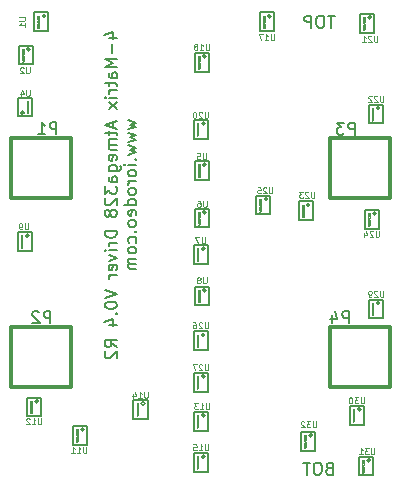
<source format=gbo>
G04 (created by PCBNEW (2013-jul-07)-stable) date Tue 06 Dec 2016 12:22:59 PM PST*
%MOIN*%
G04 Gerber Fmt 3.4, Leading zero omitted, Abs format*
%FSLAX34Y34*%
G01*
G70*
G90*
G04 APERTURE LIST*
%ADD10C,0.00590551*%
%ADD11C,0.008*%
%ADD12C,0.012*%
%ADD13C,0.004*%
%ADD14C,0.001*%
G04 APERTURE END LIST*
G54D10*
G54D11*
X31833Y-35002D02*
X31776Y-35021D01*
X31757Y-35040D01*
X31738Y-35078D01*
X31738Y-35135D01*
X31757Y-35173D01*
X31776Y-35192D01*
X31814Y-35211D01*
X31966Y-35211D01*
X31966Y-34811D01*
X31833Y-34811D01*
X31795Y-34830D01*
X31776Y-34850D01*
X31757Y-34888D01*
X31757Y-34926D01*
X31776Y-34964D01*
X31795Y-34983D01*
X31833Y-35002D01*
X31966Y-35002D01*
X31490Y-34811D02*
X31414Y-34811D01*
X31376Y-34830D01*
X31338Y-34869D01*
X31319Y-34945D01*
X31319Y-35078D01*
X31338Y-35154D01*
X31376Y-35192D01*
X31414Y-35211D01*
X31490Y-35211D01*
X31528Y-35192D01*
X31566Y-35154D01*
X31585Y-35078D01*
X31585Y-34945D01*
X31566Y-34869D01*
X31528Y-34830D01*
X31490Y-34811D01*
X31204Y-34811D02*
X30976Y-34811D01*
X31090Y-35211D02*
X31090Y-34811D01*
X32023Y-19911D02*
X31795Y-19911D01*
X31909Y-20311D02*
X31909Y-19911D01*
X31585Y-19911D02*
X31509Y-19911D01*
X31471Y-19930D01*
X31433Y-19969D01*
X31414Y-20045D01*
X31414Y-20178D01*
X31433Y-20254D01*
X31471Y-20292D01*
X31509Y-20311D01*
X31585Y-20311D01*
X31623Y-20292D01*
X31661Y-20254D01*
X31680Y-20178D01*
X31680Y-20045D01*
X31661Y-19969D01*
X31623Y-19930D01*
X31585Y-19911D01*
X31242Y-20311D02*
X31242Y-19911D01*
X31090Y-19911D01*
X31052Y-19930D01*
X31033Y-19950D01*
X31014Y-19988D01*
X31014Y-20045D01*
X31033Y-20083D01*
X31052Y-20102D01*
X31090Y-20121D01*
X31242Y-20121D01*
X24495Y-20642D02*
X24761Y-20642D01*
X24342Y-20547D02*
X24628Y-20451D01*
X24628Y-20699D01*
X24609Y-20851D02*
X24609Y-21156D01*
X24761Y-21347D02*
X24361Y-21347D01*
X24647Y-21480D01*
X24361Y-21613D01*
X24761Y-21613D01*
X24761Y-21975D02*
X24552Y-21975D01*
X24514Y-21956D01*
X24495Y-21918D01*
X24495Y-21842D01*
X24514Y-21804D01*
X24742Y-21975D02*
X24761Y-21937D01*
X24761Y-21842D01*
X24742Y-21804D01*
X24704Y-21785D01*
X24666Y-21785D01*
X24628Y-21804D01*
X24609Y-21842D01*
X24609Y-21937D01*
X24590Y-21975D01*
X24495Y-22109D02*
X24495Y-22261D01*
X24361Y-22166D02*
X24704Y-22166D01*
X24742Y-22185D01*
X24761Y-22223D01*
X24761Y-22261D01*
X24761Y-22394D02*
X24495Y-22394D01*
X24571Y-22394D02*
X24533Y-22413D01*
X24514Y-22432D01*
X24495Y-22470D01*
X24495Y-22509D01*
X24761Y-22642D02*
X24495Y-22642D01*
X24361Y-22642D02*
X24380Y-22623D01*
X24400Y-22642D01*
X24380Y-22661D01*
X24361Y-22642D01*
X24400Y-22642D01*
X24761Y-22794D02*
X24495Y-23004D01*
X24495Y-22794D02*
X24761Y-23004D01*
X24647Y-23442D02*
X24647Y-23632D01*
X24761Y-23404D02*
X24361Y-23537D01*
X24761Y-23670D01*
X24495Y-23747D02*
X24495Y-23899D01*
X24361Y-23804D02*
X24704Y-23804D01*
X24742Y-23823D01*
X24761Y-23861D01*
X24761Y-23899D01*
X24761Y-24032D02*
X24495Y-24032D01*
X24533Y-24032D02*
X24514Y-24051D01*
X24495Y-24090D01*
X24495Y-24147D01*
X24514Y-24185D01*
X24552Y-24204D01*
X24761Y-24204D01*
X24552Y-24204D02*
X24514Y-24223D01*
X24495Y-24261D01*
X24495Y-24318D01*
X24514Y-24356D01*
X24552Y-24375D01*
X24761Y-24375D01*
X24742Y-24718D02*
X24761Y-24680D01*
X24761Y-24604D01*
X24742Y-24566D01*
X24704Y-24547D01*
X24552Y-24547D01*
X24514Y-24566D01*
X24495Y-24604D01*
X24495Y-24680D01*
X24514Y-24718D01*
X24552Y-24737D01*
X24590Y-24737D01*
X24628Y-24547D01*
X24495Y-25080D02*
X24819Y-25080D01*
X24857Y-25061D01*
X24876Y-25042D01*
X24895Y-25004D01*
X24895Y-24947D01*
X24876Y-24909D01*
X24742Y-25080D02*
X24761Y-25042D01*
X24761Y-24966D01*
X24742Y-24928D01*
X24723Y-24909D01*
X24685Y-24890D01*
X24571Y-24890D01*
X24533Y-24909D01*
X24514Y-24928D01*
X24495Y-24966D01*
X24495Y-25042D01*
X24514Y-25080D01*
X24761Y-25442D02*
X24552Y-25442D01*
X24514Y-25423D01*
X24495Y-25385D01*
X24495Y-25309D01*
X24514Y-25270D01*
X24742Y-25442D02*
X24761Y-25404D01*
X24761Y-25309D01*
X24742Y-25270D01*
X24704Y-25251D01*
X24666Y-25251D01*
X24628Y-25270D01*
X24609Y-25309D01*
X24609Y-25404D01*
X24590Y-25442D01*
X24361Y-25594D02*
X24361Y-25842D01*
X24514Y-25709D01*
X24514Y-25766D01*
X24533Y-25804D01*
X24552Y-25823D01*
X24590Y-25842D01*
X24685Y-25842D01*
X24723Y-25823D01*
X24742Y-25804D01*
X24761Y-25766D01*
X24761Y-25651D01*
X24742Y-25613D01*
X24723Y-25594D01*
X24400Y-25994D02*
X24380Y-26013D01*
X24361Y-26051D01*
X24361Y-26147D01*
X24380Y-26185D01*
X24400Y-26204D01*
X24438Y-26223D01*
X24476Y-26223D01*
X24533Y-26204D01*
X24761Y-25975D01*
X24761Y-26223D01*
X24533Y-26451D02*
X24514Y-26413D01*
X24495Y-26394D01*
X24457Y-26375D01*
X24438Y-26375D01*
X24400Y-26394D01*
X24380Y-26413D01*
X24361Y-26451D01*
X24361Y-26528D01*
X24380Y-26566D01*
X24400Y-26585D01*
X24438Y-26604D01*
X24457Y-26604D01*
X24495Y-26585D01*
X24514Y-26566D01*
X24533Y-26528D01*
X24533Y-26451D01*
X24552Y-26413D01*
X24571Y-26394D01*
X24609Y-26375D01*
X24685Y-26375D01*
X24723Y-26394D01*
X24742Y-26413D01*
X24761Y-26451D01*
X24761Y-26528D01*
X24742Y-26566D01*
X24723Y-26585D01*
X24685Y-26604D01*
X24609Y-26604D01*
X24571Y-26585D01*
X24552Y-26566D01*
X24533Y-26528D01*
X24761Y-27080D02*
X24361Y-27080D01*
X24361Y-27175D01*
X24380Y-27232D01*
X24419Y-27270D01*
X24457Y-27290D01*
X24533Y-27309D01*
X24590Y-27309D01*
X24666Y-27290D01*
X24704Y-27270D01*
X24742Y-27232D01*
X24761Y-27175D01*
X24761Y-27080D01*
X24761Y-27480D02*
X24495Y-27480D01*
X24571Y-27480D02*
X24533Y-27499D01*
X24514Y-27518D01*
X24495Y-27556D01*
X24495Y-27594D01*
X24761Y-27728D02*
X24495Y-27728D01*
X24361Y-27728D02*
X24380Y-27709D01*
X24400Y-27728D01*
X24380Y-27747D01*
X24361Y-27728D01*
X24400Y-27728D01*
X24495Y-27880D02*
X24761Y-27975D01*
X24495Y-28070D01*
X24742Y-28375D02*
X24761Y-28337D01*
X24761Y-28261D01*
X24742Y-28223D01*
X24704Y-28204D01*
X24552Y-28204D01*
X24514Y-28223D01*
X24495Y-28261D01*
X24495Y-28337D01*
X24514Y-28375D01*
X24552Y-28394D01*
X24590Y-28394D01*
X24628Y-28204D01*
X24761Y-28566D02*
X24495Y-28566D01*
X24571Y-28566D02*
X24533Y-28585D01*
X24514Y-28604D01*
X24495Y-28642D01*
X24495Y-28680D01*
X24361Y-29061D02*
X24761Y-29194D01*
X24361Y-29328D01*
X24361Y-29537D02*
X24361Y-29575D01*
X24380Y-29613D01*
X24400Y-29632D01*
X24438Y-29651D01*
X24514Y-29670D01*
X24609Y-29670D01*
X24685Y-29651D01*
X24723Y-29632D01*
X24742Y-29613D01*
X24761Y-29575D01*
X24761Y-29537D01*
X24742Y-29499D01*
X24723Y-29480D01*
X24685Y-29461D01*
X24609Y-29442D01*
X24514Y-29442D01*
X24438Y-29461D01*
X24400Y-29480D01*
X24380Y-29499D01*
X24361Y-29537D01*
X24723Y-29842D02*
X24742Y-29861D01*
X24761Y-29842D01*
X24742Y-29823D01*
X24723Y-29842D01*
X24761Y-29842D01*
X24495Y-30204D02*
X24761Y-30204D01*
X24342Y-30109D02*
X24628Y-30013D01*
X24628Y-30261D01*
X24761Y-30947D02*
X24571Y-30813D01*
X24761Y-30718D02*
X24361Y-30718D01*
X24361Y-30870D01*
X24380Y-30909D01*
X24400Y-30928D01*
X24438Y-30947D01*
X24495Y-30947D01*
X24533Y-30928D01*
X24552Y-30909D01*
X24571Y-30870D01*
X24571Y-30718D01*
X24400Y-31099D02*
X24380Y-31118D01*
X24361Y-31156D01*
X24361Y-31251D01*
X24380Y-31289D01*
X24400Y-31309D01*
X24438Y-31328D01*
X24476Y-31328D01*
X24533Y-31309D01*
X24761Y-31080D01*
X24761Y-31328D01*
X25135Y-23394D02*
X25401Y-23470D01*
X25211Y-23547D01*
X25401Y-23623D01*
X25135Y-23699D01*
X25135Y-23813D02*
X25401Y-23890D01*
X25211Y-23966D01*
X25401Y-24042D01*
X25135Y-24118D01*
X25135Y-24232D02*
X25401Y-24309D01*
X25211Y-24385D01*
X25401Y-24461D01*
X25135Y-24537D01*
X25363Y-24690D02*
X25382Y-24709D01*
X25401Y-24690D01*
X25382Y-24670D01*
X25363Y-24690D01*
X25401Y-24690D01*
X25401Y-24880D02*
X25135Y-24880D01*
X25001Y-24880D02*
X25020Y-24861D01*
X25040Y-24880D01*
X25020Y-24899D01*
X25001Y-24880D01*
X25040Y-24880D01*
X25401Y-25128D02*
X25382Y-25090D01*
X25363Y-25070D01*
X25325Y-25051D01*
X25211Y-25051D01*
X25173Y-25070D01*
X25154Y-25090D01*
X25135Y-25128D01*
X25135Y-25185D01*
X25154Y-25223D01*
X25173Y-25242D01*
X25211Y-25261D01*
X25325Y-25261D01*
X25363Y-25242D01*
X25382Y-25223D01*
X25401Y-25185D01*
X25401Y-25128D01*
X25401Y-25432D02*
X25135Y-25432D01*
X25211Y-25432D02*
X25173Y-25451D01*
X25154Y-25470D01*
X25135Y-25509D01*
X25135Y-25547D01*
X25401Y-25737D02*
X25382Y-25699D01*
X25363Y-25680D01*
X25325Y-25661D01*
X25211Y-25661D01*
X25173Y-25680D01*
X25154Y-25699D01*
X25135Y-25737D01*
X25135Y-25794D01*
X25154Y-25832D01*
X25173Y-25851D01*
X25211Y-25870D01*
X25325Y-25870D01*
X25363Y-25851D01*
X25382Y-25832D01*
X25401Y-25794D01*
X25401Y-25737D01*
X25401Y-26213D02*
X25001Y-26213D01*
X25382Y-26213D02*
X25401Y-26175D01*
X25401Y-26099D01*
X25382Y-26061D01*
X25363Y-26042D01*
X25325Y-26023D01*
X25211Y-26023D01*
X25173Y-26042D01*
X25154Y-26061D01*
X25135Y-26099D01*
X25135Y-26175D01*
X25154Y-26213D01*
X25382Y-26556D02*
X25401Y-26518D01*
X25401Y-26442D01*
X25382Y-26404D01*
X25344Y-26385D01*
X25192Y-26385D01*
X25154Y-26404D01*
X25135Y-26442D01*
X25135Y-26518D01*
X25154Y-26556D01*
X25192Y-26575D01*
X25230Y-26575D01*
X25268Y-26385D01*
X25401Y-26804D02*
X25382Y-26766D01*
X25363Y-26747D01*
X25325Y-26728D01*
X25211Y-26728D01*
X25173Y-26747D01*
X25154Y-26766D01*
X25135Y-26804D01*
X25135Y-26861D01*
X25154Y-26899D01*
X25173Y-26918D01*
X25211Y-26937D01*
X25325Y-26937D01*
X25363Y-26918D01*
X25382Y-26899D01*
X25401Y-26861D01*
X25401Y-26804D01*
X25363Y-27109D02*
X25382Y-27128D01*
X25401Y-27109D01*
X25382Y-27090D01*
X25363Y-27109D01*
X25401Y-27109D01*
X25382Y-27470D02*
X25401Y-27432D01*
X25401Y-27356D01*
X25382Y-27318D01*
X25363Y-27299D01*
X25325Y-27280D01*
X25211Y-27280D01*
X25173Y-27299D01*
X25154Y-27318D01*
X25135Y-27356D01*
X25135Y-27432D01*
X25154Y-27470D01*
X25401Y-27699D02*
X25382Y-27661D01*
X25363Y-27642D01*
X25325Y-27623D01*
X25211Y-27623D01*
X25173Y-27642D01*
X25154Y-27661D01*
X25135Y-27699D01*
X25135Y-27756D01*
X25154Y-27794D01*
X25173Y-27813D01*
X25211Y-27832D01*
X25325Y-27832D01*
X25363Y-27813D01*
X25382Y-27794D01*
X25401Y-27756D01*
X25401Y-27699D01*
X25401Y-28004D02*
X25135Y-28004D01*
X25173Y-28004D02*
X25154Y-28023D01*
X25135Y-28061D01*
X25135Y-28118D01*
X25154Y-28156D01*
X25192Y-28175D01*
X25401Y-28175D01*
X25192Y-28175D02*
X25154Y-28194D01*
X25135Y-28232D01*
X25135Y-28290D01*
X25154Y-28328D01*
X25192Y-28347D01*
X25401Y-28347D01*
G54D12*
X21244Y-26000D02*
X23244Y-26000D01*
X23244Y-26000D02*
X23244Y-24000D01*
X23244Y-24000D02*
X21244Y-24000D01*
X21244Y-24000D02*
X21244Y-26000D01*
X21244Y-32299D02*
X23244Y-32299D01*
X23244Y-32299D02*
X23244Y-30299D01*
X23244Y-30299D02*
X21244Y-30299D01*
X21244Y-30299D02*
X21244Y-32299D01*
X31874Y-26000D02*
X33874Y-26000D01*
X33874Y-26000D02*
X33874Y-24000D01*
X33874Y-24000D02*
X31874Y-24000D01*
X31874Y-24000D02*
X31874Y-26000D01*
X31874Y-32299D02*
X33874Y-32299D01*
X33874Y-32299D02*
X33874Y-30299D01*
X33874Y-30299D02*
X31874Y-30299D01*
X31874Y-30299D02*
X31874Y-32299D01*
G54D10*
X27732Y-21259D02*
G75*
G03X27732Y-21259I-55J0D01*
G74*
G01*
X27362Y-21771D02*
X27834Y-21771D01*
X27834Y-21771D02*
X27834Y-21141D01*
X27834Y-21141D02*
X27362Y-21141D01*
X27362Y-21141D02*
X27362Y-21771D01*
X29898Y-19921D02*
G75*
G03X29898Y-19921I-55J0D01*
G74*
G01*
X29527Y-20433D02*
X30000Y-20433D01*
X30000Y-20433D02*
X30000Y-19803D01*
X30000Y-19803D02*
X29527Y-19803D01*
X29527Y-19803D02*
X29527Y-20433D01*
X31276Y-33897D02*
G75*
G03X31276Y-33897I-55J0D01*
G74*
G01*
X30905Y-34409D02*
X31377Y-34409D01*
X31377Y-34409D02*
X31377Y-33779D01*
X31377Y-33779D02*
X30905Y-33779D01*
X30905Y-33779D02*
X30905Y-34409D01*
X33205Y-34724D02*
G75*
G03X33205Y-34724I-55J0D01*
G74*
G01*
X32834Y-35236D02*
X33307Y-35236D01*
X33307Y-35236D02*
X33307Y-34606D01*
X33307Y-34606D02*
X32834Y-34606D01*
X32834Y-34606D02*
X32834Y-35236D01*
X32890Y-33031D02*
G75*
G03X32890Y-33031I-55J0D01*
G74*
G01*
X32519Y-33543D02*
X32992Y-33543D01*
X32992Y-33543D02*
X32992Y-32913D01*
X32992Y-32913D02*
X32519Y-32913D01*
X32519Y-32913D02*
X32519Y-33543D01*
X33520Y-29488D02*
G75*
G03X33520Y-29488I-55J0D01*
G74*
G01*
X33149Y-30000D02*
X33622Y-30000D01*
X33622Y-30000D02*
X33622Y-29370D01*
X33622Y-29370D02*
X33149Y-29370D01*
X33149Y-29370D02*
X33149Y-30000D01*
X27693Y-31929D02*
G75*
G03X27693Y-31929I-55J0D01*
G74*
G01*
X27322Y-32440D02*
X27795Y-32440D01*
X27795Y-32440D02*
X27795Y-31811D01*
X27795Y-31811D02*
X27322Y-31811D01*
X27322Y-31811D02*
X27322Y-32440D01*
X27693Y-30551D02*
G75*
G03X27693Y-30551I-55J0D01*
G74*
G01*
X27322Y-31062D02*
X27795Y-31062D01*
X27795Y-31062D02*
X27795Y-30433D01*
X27795Y-30433D02*
X27322Y-30433D01*
X27322Y-30433D02*
X27322Y-31062D01*
X29780Y-26023D02*
G75*
G03X29780Y-26023I-55J0D01*
G74*
G01*
X29409Y-26535D02*
X29881Y-26535D01*
X29881Y-26535D02*
X29881Y-25905D01*
X29881Y-25905D02*
X29409Y-25905D01*
X29409Y-25905D02*
X29409Y-26535D01*
X33402Y-26496D02*
G75*
G03X33402Y-26496I-55J0D01*
G74*
G01*
X33031Y-27007D02*
X33503Y-27007D01*
X33503Y-27007D02*
X33503Y-26377D01*
X33503Y-26377D02*
X33031Y-26377D01*
X33031Y-26377D02*
X33031Y-27007D01*
X31197Y-26220D02*
G75*
G03X31197Y-26220I-55J0D01*
G74*
G01*
X30826Y-26732D02*
X31299Y-26732D01*
X31299Y-26732D02*
X31299Y-26102D01*
X31299Y-26102D02*
X30826Y-26102D01*
X30826Y-26102D02*
X30826Y-26732D01*
X33520Y-22992D02*
G75*
G03X33520Y-22992I-55J0D01*
G74*
G01*
X33149Y-23503D02*
X33622Y-23503D01*
X33622Y-23503D02*
X33622Y-22874D01*
X33622Y-22874D02*
X33149Y-22874D01*
X33149Y-22874D02*
X33149Y-23503D01*
X33244Y-19960D02*
G75*
G03X33244Y-19960I-55J0D01*
G74*
G01*
X32874Y-20472D02*
X33346Y-20472D01*
X33346Y-20472D02*
X33346Y-19842D01*
X33346Y-19842D02*
X32874Y-19842D01*
X32874Y-19842D02*
X32874Y-20472D01*
X27693Y-23503D02*
G75*
G03X27693Y-23503I-55J0D01*
G74*
G01*
X27322Y-24015D02*
X27795Y-24015D01*
X27795Y-24015D02*
X27795Y-23385D01*
X27795Y-23385D02*
X27322Y-23385D01*
X27322Y-23385D02*
X27322Y-24015D01*
X22378Y-19921D02*
G75*
G03X22378Y-19921I-55J0D01*
G74*
G01*
X22007Y-20433D02*
X22480Y-20433D01*
X22480Y-20433D02*
X22480Y-19803D01*
X22480Y-19803D02*
X22007Y-19803D01*
X22007Y-19803D02*
X22007Y-20433D01*
X27693Y-34606D02*
G75*
G03X27693Y-34606I-55J0D01*
G74*
G01*
X27322Y-35118D02*
X27795Y-35118D01*
X27795Y-35118D02*
X27795Y-34488D01*
X27795Y-34488D02*
X27322Y-34488D01*
X27322Y-34488D02*
X27322Y-35118D01*
X25685Y-32834D02*
G75*
G03X25685Y-32834I-55J0D01*
G74*
G01*
X25314Y-33346D02*
X25787Y-33346D01*
X25787Y-33346D02*
X25787Y-32716D01*
X25787Y-32716D02*
X25314Y-32716D01*
X25314Y-32716D02*
X25314Y-33346D01*
X27693Y-33228D02*
G75*
G03X27693Y-33228I-55J0D01*
G74*
G01*
X27322Y-33740D02*
X27795Y-33740D01*
X27795Y-33740D02*
X27795Y-33110D01*
X27795Y-33110D02*
X27322Y-33110D01*
X27322Y-33110D02*
X27322Y-33740D01*
X22142Y-32755D02*
G75*
G03X22142Y-32755I-55J0D01*
G74*
G01*
X21771Y-33267D02*
X22244Y-33267D01*
X22244Y-33267D02*
X22244Y-32637D01*
X22244Y-32637D02*
X21771Y-32637D01*
X21771Y-32637D02*
X21771Y-33267D01*
X23677Y-33700D02*
G75*
G03X23677Y-33700I-55J0D01*
G74*
G01*
X23307Y-34212D02*
X23779Y-34212D01*
X23779Y-34212D02*
X23779Y-33582D01*
X23779Y-33582D02*
X23307Y-33582D01*
X23307Y-33582D02*
X23307Y-34212D01*
X21827Y-27244D02*
G75*
G03X21827Y-27244I-55J0D01*
G74*
G01*
X21456Y-27755D02*
X21929Y-27755D01*
X21929Y-27755D02*
X21929Y-27125D01*
X21929Y-27125D02*
X21456Y-27125D01*
X21456Y-27125D02*
X21456Y-27755D01*
X27732Y-29055D02*
G75*
G03X27732Y-29055I-55J0D01*
G74*
G01*
X27362Y-29566D02*
X27834Y-29566D01*
X27834Y-29566D02*
X27834Y-28937D01*
X27834Y-28937D02*
X27362Y-28937D01*
X27362Y-28937D02*
X27362Y-29566D01*
X27693Y-27677D02*
G75*
G03X27693Y-27677I-55J0D01*
G74*
G01*
X27322Y-28188D02*
X27795Y-28188D01*
X27795Y-28188D02*
X27795Y-27559D01*
X27795Y-27559D02*
X27322Y-27559D01*
X27322Y-27559D02*
X27322Y-28188D01*
X27732Y-26456D02*
G75*
G03X27732Y-26456I-55J0D01*
G74*
G01*
X27362Y-26968D02*
X27834Y-26968D01*
X27834Y-26968D02*
X27834Y-26338D01*
X27834Y-26338D02*
X27362Y-26338D01*
X27362Y-26338D02*
X27362Y-26968D01*
X27732Y-24881D02*
G75*
G03X27732Y-24881I-55J0D01*
G74*
G01*
X27362Y-25393D02*
X27834Y-25393D01*
X27834Y-25393D02*
X27834Y-24763D01*
X27834Y-24763D02*
X27362Y-24763D01*
X27362Y-24763D02*
X27362Y-25393D01*
X21669Y-23149D02*
G75*
G03X21669Y-23149I-55J0D01*
G74*
G01*
X21929Y-22637D02*
X21456Y-22637D01*
X21456Y-22637D02*
X21456Y-23267D01*
X21456Y-23267D02*
X21929Y-23267D01*
X21929Y-23267D02*
X21929Y-22637D01*
X21866Y-21023D02*
G75*
G03X21866Y-21023I-55J0D01*
G74*
G01*
X21496Y-21535D02*
X21968Y-21535D01*
X21968Y-21535D02*
X21968Y-20905D01*
X21968Y-20905D02*
X21496Y-20905D01*
X21496Y-20905D02*
X21496Y-21535D01*
G54D11*
X22745Y-23861D02*
X22745Y-23461D01*
X22592Y-23461D01*
X22554Y-23480D01*
X22535Y-23500D01*
X22516Y-23538D01*
X22516Y-23595D01*
X22535Y-23633D01*
X22554Y-23652D01*
X22592Y-23671D01*
X22745Y-23671D01*
X22135Y-23861D02*
X22364Y-23861D01*
X22249Y-23861D02*
X22249Y-23461D01*
X22288Y-23519D01*
X22326Y-23557D01*
X22364Y-23576D01*
X22545Y-30161D02*
X22545Y-29761D01*
X22392Y-29761D01*
X22354Y-29780D01*
X22335Y-29800D01*
X22316Y-29838D01*
X22316Y-29895D01*
X22335Y-29933D01*
X22354Y-29952D01*
X22392Y-29971D01*
X22545Y-29971D01*
X22164Y-29800D02*
X22145Y-29780D01*
X22107Y-29761D01*
X22011Y-29761D01*
X21973Y-29780D01*
X21954Y-29800D01*
X21935Y-29838D01*
X21935Y-29876D01*
X21954Y-29933D01*
X22183Y-30161D01*
X21935Y-30161D01*
X32695Y-23871D02*
X32695Y-23471D01*
X32542Y-23471D01*
X32504Y-23490D01*
X32485Y-23510D01*
X32466Y-23548D01*
X32466Y-23605D01*
X32485Y-23643D01*
X32504Y-23662D01*
X32542Y-23681D01*
X32695Y-23681D01*
X32333Y-23471D02*
X32085Y-23471D01*
X32219Y-23624D01*
X32161Y-23624D01*
X32123Y-23643D01*
X32104Y-23662D01*
X32085Y-23700D01*
X32085Y-23795D01*
X32104Y-23833D01*
X32123Y-23852D01*
X32161Y-23871D01*
X32276Y-23871D01*
X32314Y-23852D01*
X32333Y-23833D01*
X32495Y-30161D02*
X32495Y-29761D01*
X32342Y-29761D01*
X32304Y-29780D01*
X32285Y-29800D01*
X32266Y-29838D01*
X32266Y-29895D01*
X32285Y-29933D01*
X32304Y-29952D01*
X32342Y-29971D01*
X32495Y-29971D01*
X31923Y-29895D02*
X31923Y-30161D01*
X32019Y-29742D02*
X32114Y-30028D01*
X31866Y-30028D01*
G54D13*
X27837Y-20850D02*
X27837Y-21012D01*
X27828Y-21031D01*
X27818Y-21041D01*
X27799Y-21050D01*
X27761Y-21050D01*
X27742Y-21041D01*
X27732Y-21031D01*
X27723Y-21012D01*
X27723Y-20850D01*
X27523Y-21050D02*
X27637Y-21050D01*
X27580Y-21050D02*
X27580Y-20850D01*
X27599Y-20879D01*
X27618Y-20898D01*
X27637Y-20908D01*
X27409Y-20936D02*
X27428Y-20927D01*
X27437Y-20917D01*
X27447Y-20898D01*
X27447Y-20889D01*
X27437Y-20870D01*
X27428Y-20860D01*
X27409Y-20850D01*
X27370Y-20850D01*
X27351Y-20860D01*
X27342Y-20870D01*
X27332Y-20889D01*
X27332Y-20898D01*
X27342Y-20917D01*
X27351Y-20927D01*
X27370Y-20936D01*
X27409Y-20936D01*
X27428Y-20946D01*
X27437Y-20955D01*
X27447Y-20974D01*
X27447Y-21012D01*
X27437Y-21031D01*
X27428Y-21041D01*
X27409Y-21050D01*
X27370Y-21050D01*
X27351Y-21041D01*
X27342Y-21031D01*
X27332Y-21012D01*
X27332Y-20974D01*
X27342Y-20955D01*
X27351Y-20946D01*
X27370Y-20936D01*
G54D14*
X27518Y-21247D02*
X27468Y-21247D01*
X27468Y-21259D01*
X27471Y-21266D01*
X27475Y-21270D01*
X27480Y-21273D01*
X27490Y-21275D01*
X27497Y-21275D01*
X27506Y-21273D01*
X27511Y-21270D01*
X27516Y-21266D01*
X27518Y-21259D01*
X27518Y-21247D01*
X27518Y-21297D02*
X27468Y-21297D01*
X27504Y-21313D01*
X27468Y-21330D01*
X27518Y-21330D01*
X27513Y-21382D02*
X27516Y-21380D01*
X27518Y-21373D01*
X27518Y-21368D01*
X27516Y-21361D01*
X27511Y-21356D01*
X27506Y-21354D01*
X27497Y-21351D01*
X27490Y-21351D01*
X27480Y-21354D01*
X27475Y-21356D01*
X27471Y-21361D01*
X27468Y-21368D01*
X27468Y-21373D01*
X27471Y-21380D01*
X27473Y-21382D01*
X27473Y-21401D02*
X27471Y-21404D01*
X27468Y-21409D01*
X27468Y-21420D01*
X27471Y-21425D01*
X27473Y-21428D01*
X27478Y-21430D01*
X27482Y-21430D01*
X27490Y-21428D01*
X27518Y-21399D01*
X27518Y-21430D01*
X27485Y-21473D02*
X27518Y-21473D01*
X27466Y-21461D02*
X27501Y-21449D01*
X27501Y-21480D01*
X27468Y-21509D02*
X27468Y-21513D01*
X27471Y-21518D01*
X27473Y-21520D01*
X27478Y-21523D01*
X27487Y-21525D01*
X27499Y-21525D01*
X27509Y-21523D01*
X27513Y-21520D01*
X27516Y-21518D01*
X27518Y-21513D01*
X27518Y-21509D01*
X27516Y-21504D01*
X27513Y-21501D01*
X27509Y-21499D01*
X27499Y-21497D01*
X27487Y-21497D01*
X27478Y-21499D01*
X27473Y-21501D01*
X27471Y-21504D01*
X27468Y-21509D01*
X27468Y-21556D02*
X27468Y-21561D01*
X27471Y-21566D01*
X27473Y-21568D01*
X27478Y-21570D01*
X27487Y-21573D01*
X27499Y-21573D01*
X27509Y-21570D01*
X27513Y-21568D01*
X27516Y-21566D01*
X27518Y-21561D01*
X27518Y-21556D01*
X27516Y-21551D01*
X27513Y-21549D01*
X27509Y-21547D01*
X27499Y-21544D01*
X27487Y-21544D01*
X27478Y-21547D01*
X27473Y-21549D01*
X27471Y-21551D01*
X27468Y-21556D01*
X27468Y-21594D02*
X27509Y-21594D01*
X27513Y-21597D01*
X27516Y-21599D01*
X27518Y-21604D01*
X27518Y-21613D01*
X27516Y-21618D01*
X27513Y-21620D01*
X27509Y-21623D01*
X27468Y-21623D01*
X27468Y-21640D02*
X27518Y-21656D01*
X27468Y-21673D01*
G54D13*
X29997Y-20530D02*
X29997Y-20692D01*
X29988Y-20711D01*
X29978Y-20721D01*
X29959Y-20730D01*
X29921Y-20730D01*
X29902Y-20721D01*
X29892Y-20711D01*
X29883Y-20692D01*
X29883Y-20530D01*
X29683Y-20730D02*
X29797Y-20730D01*
X29740Y-20730D02*
X29740Y-20530D01*
X29759Y-20559D01*
X29778Y-20578D01*
X29797Y-20588D01*
X29616Y-20530D02*
X29483Y-20530D01*
X29569Y-20730D01*
G54D14*
X29684Y-19908D02*
X29634Y-19908D01*
X29634Y-19920D01*
X29636Y-19927D01*
X29641Y-19932D01*
X29645Y-19934D01*
X29655Y-19937D01*
X29662Y-19937D01*
X29672Y-19934D01*
X29676Y-19932D01*
X29681Y-19927D01*
X29684Y-19920D01*
X29684Y-19908D01*
X29684Y-19958D02*
X29634Y-19958D01*
X29669Y-19975D01*
X29634Y-19991D01*
X29684Y-19991D01*
X29679Y-20044D02*
X29681Y-20041D01*
X29684Y-20034D01*
X29684Y-20030D01*
X29681Y-20022D01*
X29676Y-20018D01*
X29672Y-20015D01*
X29662Y-20013D01*
X29655Y-20013D01*
X29645Y-20015D01*
X29641Y-20018D01*
X29636Y-20022D01*
X29634Y-20030D01*
X29634Y-20034D01*
X29636Y-20041D01*
X29638Y-20044D01*
X29638Y-20063D02*
X29636Y-20065D01*
X29634Y-20070D01*
X29634Y-20082D01*
X29636Y-20087D01*
X29638Y-20089D01*
X29643Y-20091D01*
X29648Y-20091D01*
X29655Y-20089D01*
X29684Y-20060D01*
X29684Y-20091D01*
X29650Y-20134D02*
X29684Y-20134D01*
X29631Y-20122D02*
X29667Y-20110D01*
X29667Y-20141D01*
X29634Y-20170D02*
X29634Y-20175D01*
X29636Y-20180D01*
X29638Y-20182D01*
X29643Y-20184D01*
X29653Y-20187D01*
X29664Y-20187D01*
X29674Y-20184D01*
X29679Y-20182D01*
X29681Y-20180D01*
X29684Y-20175D01*
X29684Y-20170D01*
X29681Y-20165D01*
X29679Y-20163D01*
X29674Y-20160D01*
X29664Y-20158D01*
X29653Y-20158D01*
X29643Y-20160D01*
X29638Y-20163D01*
X29636Y-20165D01*
X29634Y-20170D01*
X29634Y-20218D02*
X29634Y-20222D01*
X29636Y-20227D01*
X29638Y-20230D01*
X29643Y-20232D01*
X29653Y-20234D01*
X29664Y-20234D01*
X29674Y-20232D01*
X29679Y-20230D01*
X29681Y-20227D01*
X29684Y-20222D01*
X29684Y-20218D01*
X29681Y-20213D01*
X29679Y-20210D01*
X29674Y-20208D01*
X29664Y-20206D01*
X29653Y-20206D01*
X29643Y-20208D01*
X29638Y-20210D01*
X29636Y-20213D01*
X29634Y-20218D01*
X29634Y-20256D02*
X29674Y-20256D01*
X29679Y-20258D01*
X29681Y-20260D01*
X29684Y-20265D01*
X29684Y-20275D01*
X29681Y-20280D01*
X29679Y-20282D01*
X29674Y-20284D01*
X29634Y-20284D01*
X29634Y-20301D02*
X29684Y-20318D01*
X29634Y-20334D01*
G54D13*
X31397Y-33430D02*
X31397Y-33592D01*
X31388Y-33611D01*
X31378Y-33621D01*
X31359Y-33630D01*
X31321Y-33630D01*
X31302Y-33621D01*
X31292Y-33611D01*
X31283Y-33592D01*
X31283Y-33430D01*
X31207Y-33430D02*
X31083Y-33430D01*
X31150Y-33507D01*
X31121Y-33507D01*
X31102Y-33516D01*
X31092Y-33526D01*
X31083Y-33545D01*
X31083Y-33592D01*
X31092Y-33611D01*
X31102Y-33621D01*
X31121Y-33630D01*
X31178Y-33630D01*
X31197Y-33621D01*
X31207Y-33611D01*
X31007Y-33450D02*
X30997Y-33440D01*
X30978Y-33430D01*
X30930Y-33430D01*
X30911Y-33440D01*
X30902Y-33450D01*
X30892Y-33469D01*
X30892Y-33488D01*
X30902Y-33516D01*
X31016Y-33630D01*
X30892Y-33630D01*
G54D14*
X31061Y-33884D02*
X31011Y-33884D01*
X31011Y-33896D01*
X31014Y-33904D01*
X31019Y-33908D01*
X31023Y-33911D01*
X31033Y-33913D01*
X31040Y-33913D01*
X31050Y-33911D01*
X31054Y-33908D01*
X31059Y-33904D01*
X31061Y-33896D01*
X31061Y-33884D01*
X31061Y-33934D02*
X31011Y-33934D01*
X31047Y-33951D01*
X31011Y-33968D01*
X31061Y-33968D01*
X31057Y-34020D02*
X31059Y-34018D01*
X31061Y-34011D01*
X31061Y-34006D01*
X31059Y-33999D01*
X31054Y-33994D01*
X31050Y-33992D01*
X31040Y-33989D01*
X31033Y-33989D01*
X31023Y-33992D01*
X31019Y-33994D01*
X31014Y-33999D01*
X31011Y-34006D01*
X31011Y-34011D01*
X31014Y-34018D01*
X31016Y-34020D01*
X31016Y-34039D02*
X31014Y-34042D01*
X31011Y-34046D01*
X31011Y-34058D01*
X31014Y-34063D01*
X31016Y-34065D01*
X31021Y-34068D01*
X31026Y-34068D01*
X31033Y-34065D01*
X31061Y-34037D01*
X31061Y-34068D01*
X31028Y-34111D02*
X31061Y-34111D01*
X31009Y-34099D02*
X31045Y-34087D01*
X31045Y-34118D01*
X31011Y-34146D02*
X31011Y-34151D01*
X31014Y-34156D01*
X31016Y-34158D01*
X31021Y-34161D01*
X31031Y-34163D01*
X31042Y-34163D01*
X31052Y-34161D01*
X31057Y-34158D01*
X31059Y-34156D01*
X31061Y-34151D01*
X31061Y-34146D01*
X31059Y-34142D01*
X31057Y-34139D01*
X31052Y-34137D01*
X31042Y-34134D01*
X31031Y-34134D01*
X31021Y-34137D01*
X31016Y-34139D01*
X31014Y-34142D01*
X31011Y-34146D01*
X31011Y-34194D02*
X31011Y-34199D01*
X31014Y-34204D01*
X31016Y-34206D01*
X31021Y-34208D01*
X31031Y-34211D01*
X31042Y-34211D01*
X31052Y-34208D01*
X31057Y-34206D01*
X31059Y-34204D01*
X31061Y-34199D01*
X31061Y-34194D01*
X31059Y-34189D01*
X31057Y-34187D01*
X31052Y-34184D01*
X31042Y-34182D01*
X31031Y-34182D01*
X31021Y-34184D01*
X31016Y-34187D01*
X31014Y-34189D01*
X31011Y-34194D01*
X31011Y-34232D02*
X31052Y-34232D01*
X31057Y-34234D01*
X31059Y-34237D01*
X31061Y-34242D01*
X31061Y-34251D01*
X31059Y-34256D01*
X31057Y-34258D01*
X31052Y-34261D01*
X31011Y-34261D01*
X31011Y-34277D02*
X31061Y-34294D01*
X31011Y-34311D01*
G54D13*
X33347Y-34330D02*
X33347Y-34492D01*
X33338Y-34511D01*
X33328Y-34521D01*
X33309Y-34530D01*
X33271Y-34530D01*
X33252Y-34521D01*
X33242Y-34511D01*
X33233Y-34492D01*
X33233Y-34330D01*
X33157Y-34330D02*
X33033Y-34330D01*
X33100Y-34407D01*
X33071Y-34407D01*
X33052Y-34416D01*
X33042Y-34426D01*
X33033Y-34445D01*
X33033Y-34492D01*
X33042Y-34511D01*
X33052Y-34521D01*
X33071Y-34530D01*
X33128Y-34530D01*
X33147Y-34521D01*
X33157Y-34511D01*
X32842Y-34530D02*
X32957Y-34530D01*
X32900Y-34530D02*
X32900Y-34330D01*
X32919Y-34359D01*
X32938Y-34378D01*
X32957Y-34388D01*
G54D14*
X32991Y-34711D02*
X32941Y-34711D01*
X32941Y-34723D01*
X32943Y-34730D01*
X32948Y-34735D01*
X32953Y-34737D01*
X32962Y-34740D01*
X32969Y-34740D01*
X32979Y-34737D01*
X32983Y-34735D01*
X32988Y-34730D01*
X32991Y-34723D01*
X32991Y-34711D01*
X32991Y-34761D02*
X32941Y-34761D01*
X32976Y-34778D01*
X32941Y-34795D01*
X32991Y-34795D01*
X32986Y-34847D02*
X32988Y-34845D01*
X32991Y-34837D01*
X32991Y-34833D01*
X32988Y-34826D01*
X32983Y-34821D01*
X32979Y-34818D01*
X32969Y-34816D01*
X32962Y-34816D01*
X32953Y-34818D01*
X32948Y-34821D01*
X32943Y-34826D01*
X32941Y-34833D01*
X32941Y-34837D01*
X32943Y-34845D01*
X32945Y-34847D01*
X32945Y-34866D02*
X32943Y-34868D01*
X32941Y-34873D01*
X32941Y-34885D01*
X32943Y-34890D01*
X32945Y-34892D01*
X32950Y-34895D01*
X32955Y-34895D01*
X32962Y-34892D01*
X32991Y-34864D01*
X32991Y-34895D01*
X32957Y-34937D02*
X32991Y-34937D01*
X32938Y-34926D02*
X32974Y-34914D01*
X32974Y-34945D01*
X32941Y-34973D02*
X32941Y-34978D01*
X32943Y-34983D01*
X32945Y-34985D01*
X32950Y-34987D01*
X32960Y-34990D01*
X32972Y-34990D01*
X32981Y-34987D01*
X32986Y-34985D01*
X32988Y-34983D01*
X32991Y-34978D01*
X32991Y-34973D01*
X32988Y-34968D01*
X32986Y-34966D01*
X32981Y-34964D01*
X32972Y-34961D01*
X32960Y-34961D01*
X32950Y-34964D01*
X32945Y-34966D01*
X32943Y-34968D01*
X32941Y-34973D01*
X32941Y-35021D02*
X32941Y-35026D01*
X32943Y-35030D01*
X32945Y-35033D01*
X32950Y-35035D01*
X32960Y-35037D01*
X32972Y-35037D01*
X32981Y-35035D01*
X32986Y-35033D01*
X32988Y-35030D01*
X32991Y-35026D01*
X32991Y-35021D01*
X32988Y-35016D01*
X32986Y-35014D01*
X32981Y-35011D01*
X32972Y-35009D01*
X32960Y-35009D01*
X32950Y-35011D01*
X32945Y-35014D01*
X32943Y-35016D01*
X32941Y-35021D01*
X32941Y-35059D02*
X32981Y-35059D01*
X32986Y-35061D01*
X32988Y-35064D01*
X32991Y-35068D01*
X32991Y-35078D01*
X32988Y-35083D01*
X32986Y-35085D01*
X32981Y-35087D01*
X32941Y-35087D01*
X32941Y-35104D02*
X32991Y-35121D01*
X32941Y-35137D01*
G54D13*
X32997Y-32630D02*
X32997Y-32792D01*
X32988Y-32811D01*
X32978Y-32821D01*
X32959Y-32830D01*
X32921Y-32830D01*
X32902Y-32821D01*
X32892Y-32811D01*
X32883Y-32792D01*
X32883Y-32630D01*
X32807Y-32630D02*
X32683Y-32630D01*
X32750Y-32707D01*
X32721Y-32707D01*
X32702Y-32716D01*
X32692Y-32726D01*
X32683Y-32745D01*
X32683Y-32792D01*
X32692Y-32811D01*
X32702Y-32821D01*
X32721Y-32830D01*
X32778Y-32830D01*
X32797Y-32821D01*
X32807Y-32811D01*
X32559Y-32630D02*
X32540Y-32630D01*
X32521Y-32640D01*
X32511Y-32650D01*
X32502Y-32669D01*
X32492Y-32707D01*
X32492Y-32754D01*
X32502Y-32792D01*
X32511Y-32811D01*
X32521Y-32821D01*
X32540Y-32830D01*
X32559Y-32830D01*
X32578Y-32821D01*
X32588Y-32811D01*
X32597Y-32792D01*
X32607Y-32754D01*
X32607Y-32707D01*
X32597Y-32669D01*
X32588Y-32650D01*
X32578Y-32640D01*
X32559Y-32630D01*
G54D14*
X32676Y-33018D02*
X32626Y-33018D01*
X32626Y-33030D01*
X32628Y-33037D01*
X32633Y-33042D01*
X32638Y-33045D01*
X32647Y-33047D01*
X32654Y-33047D01*
X32664Y-33045D01*
X32669Y-33042D01*
X32673Y-33037D01*
X32676Y-33030D01*
X32676Y-33018D01*
X32676Y-33068D02*
X32626Y-33068D01*
X32661Y-33085D01*
X32626Y-33102D01*
X32676Y-33102D01*
X32671Y-33154D02*
X32673Y-33152D01*
X32676Y-33145D01*
X32676Y-33140D01*
X32673Y-33133D01*
X32669Y-33128D01*
X32664Y-33125D01*
X32654Y-33123D01*
X32647Y-33123D01*
X32638Y-33125D01*
X32633Y-33128D01*
X32628Y-33133D01*
X32626Y-33140D01*
X32626Y-33145D01*
X32628Y-33152D01*
X32630Y-33154D01*
X32630Y-33173D02*
X32628Y-33175D01*
X32626Y-33180D01*
X32626Y-33192D01*
X32628Y-33197D01*
X32630Y-33199D01*
X32635Y-33202D01*
X32640Y-33202D01*
X32647Y-33199D01*
X32676Y-33171D01*
X32676Y-33202D01*
X32642Y-33245D02*
X32676Y-33245D01*
X32623Y-33233D02*
X32659Y-33221D01*
X32659Y-33252D01*
X32626Y-33280D02*
X32626Y-33285D01*
X32628Y-33290D01*
X32630Y-33292D01*
X32635Y-33295D01*
X32645Y-33297D01*
X32657Y-33297D01*
X32666Y-33295D01*
X32671Y-33292D01*
X32673Y-33290D01*
X32676Y-33285D01*
X32676Y-33280D01*
X32673Y-33275D01*
X32671Y-33273D01*
X32666Y-33271D01*
X32657Y-33268D01*
X32645Y-33268D01*
X32635Y-33271D01*
X32630Y-33273D01*
X32628Y-33275D01*
X32626Y-33280D01*
X32626Y-33328D02*
X32626Y-33333D01*
X32628Y-33337D01*
X32630Y-33340D01*
X32635Y-33342D01*
X32645Y-33345D01*
X32657Y-33345D01*
X32666Y-33342D01*
X32671Y-33340D01*
X32673Y-33337D01*
X32676Y-33333D01*
X32676Y-33328D01*
X32673Y-33323D01*
X32671Y-33321D01*
X32666Y-33318D01*
X32657Y-33316D01*
X32645Y-33316D01*
X32635Y-33318D01*
X32630Y-33321D01*
X32628Y-33323D01*
X32626Y-33328D01*
X32626Y-33366D02*
X32666Y-33366D01*
X32671Y-33368D01*
X32673Y-33371D01*
X32676Y-33375D01*
X32676Y-33385D01*
X32673Y-33390D01*
X32671Y-33392D01*
X32666Y-33395D01*
X32626Y-33395D01*
X32626Y-33411D02*
X32676Y-33428D01*
X32626Y-33445D01*
G54D13*
X33647Y-29080D02*
X33647Y-29242D01*
X33638Y-29261D01*
X33628Y-29271D01*
X33609Y-29280D01*
X33571Y-29280D01*
X33552Y-29271D01*
X33542Y-29261D01*
X33533Y-29242D01*
X33533Y-29080D01*
X33447Y-29100D02*
X33438Y-29090D01*
X33419Y-29080D01*
X33371Y-29080D01*
X33352Y-29090D01*
X33342Y-29100D01*
X33333Y-29119D01*
X33333Y-29138D01*
X33342Y-29166D01*
X33457Y-29280D01*
X33333Y-29280D01*
X33238Y-29280D02*
X33200Y-29280D01*
X33180Y-29271D01*
X33171Y-29261D01*
X33152Y-29233D01*
X33142Y-29195D01*
X33142Y-29119D01*
X33152Y-29100D01*
X33161Y-29090D01*
X33180Y-29080D01*
X33219Y-29080D01*
X33238Y-29090D01*
X33247Y-29100D01*
X33257Y-29119D01*
X33257Y-29166D01*
X33247Y-29185D01*
X33238Y-29195D01*
X33219Y-29204D01*
X33180Y-29204D01*
X33161Y-29195D01*
X33152Y-29185D01*
X33142Y-29166D01*
G54D14*
X33306Y-29475D02*
X33256Y-29475D01*
X33256Y-29487D01*
X33258Y-29494D01*
X33263Y-29499D01*
X33267Y-29501D01*
X33277Y-29504D01*
X33284Y-29504D01*
X33294Y-29501D01*
X33298Y-29499D01*
X33303Y-29494D01*
X33306Y-29487D01*
X33306Y-29475D01*
X33306Y-29525D02*
X33256Y-29525D01*
X33291Y-29542D01*
X33256Y-29558D01*
X33306Y-29558D01*
X33301Y-29611D02*
X33303Y-29608D01*
X33306Y-29601D01*
X33306Y-29596D01*
X33303Y-29589D01*
X33298Y-29585D01*
X33294Y-29582D01*
X33284Y-29580D01*
X33277Y-29580D01*
X33267Y-29582D01*
X33263Y-29585D01*
X33258Y-29589D01*
X33256Y-29596D01*
X33256Y-29601D01*
X33258Y-29608D01*
X33260Y-29611D01*
X33260Y-29630D02*
X33258Y-29632D01*
X33256Y-29637D01*
X33256Y-29649D01*
X33258Y-29654D01*
X33260Y-29656D01*
X33265Y-29658D01*
X33270Y-29658D01*
X33277Y-29656D01*
X33306Y-29627D01*
X33306Y-29658D01*
X33272Y-29701D02*
X33306Y-29701D01*
X33253Y-29689D02*
X33289Y-29677D01*
X33289Y-29708D01*
X33256Y-29737D02*
X33256Y-29742D01*
X33258Y-29746D01*
X33260Y-29749D01*
X33265Y-29751D01*
X33275Y-29754D01*
X33287Y-29754D01*
X33296Y-29751D01*
X33301Y-29749D01*
X33303Y-29746D01*
X33306Y-29742D01*
X33306Y-29737D01*
X33303Y-29732D01*
X33301Y-29730D01*
X33296Y-29727D01*
X33287Y-29725D01*
X33275Y-29725D01*
X33265Y-29727D01*
X33260Y-29730D01*
X33258Y-29732D01*
X33256Y-29737D01*
X33256Y-29785D02*
X33256Y-29789D01*
X33258Y-29794D01*
X33260Y-29796D01*
X33265Y-29799D01*
X33275Y-29801D01*
X33287Y-29801D01*
X33296Y-29799D01*
X33301Y-29796D01*
X33303Y-29794D01*
X33306Y-29789D01*
X33306Y-29785D01*
X33303Y-29780D01*
X33301Y-29777D01*
X33296Y-29775D01*
X33287Y-29773D01*
X33275Y-29773D01*
X33265Y-29775D01*
X33260Y-29777D01*
X33258Y-29780D01*
X33256Y-29785D01*
X33256Y-29823D02*
X33296Y-29823D01*
X33301Y-29825D01*
X33303Y-29827D01*
X33306Y-29832D01*
X33306Y-29842D01*
X33303Y-29846D01*
X33301Y-29849D01*
X33296Y-29851D01*
X33256Y-29851D01*
X33256Y-29868D02*
X33306Y-29885D01*
X33256Y-29901D01*
G54D13*
X27797Y-31530D02*
X27797Y-31692D01*
X27788Y-31711D01*
X27778Y-31721D01*
X27759Y-31730D01*
X27721Y-31730D01*
X27702Y-31721D01*
X27692Y-31711D01*
X27683Y-31692D01*
X27683Y-31530D01*
X27597Y-31550D02*
X27588Y-31540D01*
X27569Y-31530D01*
X27521Y-31530D01*
X27502Y-31540D01*
X27492Y-31550D01*
X27483Y-31569D01*
X27483Y-31588D01*
X27492Y-31616D01*
X27607Y-31730D01*
X27483Y-31730D01*
X27416Y-31530D02*
X27283Y-31530D01*
X27369Y-31730D01*
G54D14*
X27479Y-31916D02*
X27429Y-31916D01*
X27429Y-31928D01*
X27431Y-31935D01*
X27436Y-31940D01*
X27441Y-31942D01*
X27450Y-31945D01*
X27457Y-31945D01*
X27467Y-31942D01*
X27472Y-31940D01*
X27476Y-31935D01*
X27479Y-31928D01*
X27479Y-31916D01*
X27479Y-31966D02*
X27429Y-31966D01*
X27465Y-31983D01*
X27429Y-31999D01*
X27479Y-31999D01*
X27474Y-32052D02*
X27476Y-32049D01*
X27479Y-32042D01*
X27479Y-32037D01*
X27476Y-32030D01*
X27472Y-32025D01*
X27467Y-32023D01*
X27457Y-32021D01*
X27450Y-32021D01*
X27441Y-32023D01*
X27436Y-32025D01*
X27431Y-32030D01*
X27429Y-32037D01*
X27429Y-32042D01*
X27431Y-32049D01*
X27434Y-32052D01*
X27434Y-32071D02*
X27431Y-32073D01*
X27429Y-32078D01*
X27429Y-32090D01*
X27431Y-32095D01*
X27434Y-32097D01*
X27438Y-32099D01*
X27443Y-32099D01*
X27450Y-32097D01*
X27479Y-32068D01*
X27479Y-32099D01*
X27445Y-32142D02*
X27479Y-32142D01*
X27426Y-32130D02*
X27462Y-32118D01*
X27462Y-32149D01*
X27429Y-32178D02*
X27429Y-32183D01*
X27431Y-32187D01*
X27434Y-32190D01*
X27438Y-32192D01*
X27448Y-32195D01*
X27460Y-32195D01*
X27469Y-32192D01*
X27474Y-32190D01*
X27476Y-32187D01*
X27479Y-32183D01*
X27479Y-32178D01*
X27476Y-32173D01*
X27474Y-32171D01*
X27469Y-32168D01*
X27460Y-32166D01*
X27448Y-32166D01*
X27438Y-32168D01*
X27434Y-32171D01*
X27431Y-32173D01*
X27429Y-32178D01*
X27429Y-32225D02*
X27429Y-32230D01*
X27431Y-32235D01*
X27434Y-32237D01*
X27438Y-32240D01*
X27448Y-32242D01*
X27460Y-32242D01*
X27469Y-32240D01*
X27474Y-32237D01*
X27476Y-32235D01*
X27479Y-32230D01*
X27479Y-32225D01*
X27476Y-32221D01*
X27474Y-32218D01*
X27469Y-32216D01*
X27460Y-32214D01*
X27448Y-32214D01*
X27438Y-32216D01*
X27434Y-32218D01*
X27431Y-32221D01*
X27429Y-32225D01*
X27429Y-32264D02*
X27469Y-32264D01*
X27474Y-32266D01*
X27476Y-32268D01*
X27479Y-32273D01*
X27479Y-32283D01*
X27476Y-32287D01*
X27474Y-32290D01*
X27469Y-32292D01*
X27429Y-32292D01*
X27429Y-32309D02*
X27479Y-32325D01*
X27429Y-32342D01*
G54D13*
X27797Y-30130D02*
X27797Y-30292D01*
X27788Y-30311D01*
X27778Y-30321D01*
X27759Y-30330D01*
X27721Y-30330D01*
X27702Y-30321D01*
X27692Y-30311D01*
X27683Y-30292D01*
X27683Y-30130D01*
X27597Y-30150D02*
X27588Y-30140D01*
X27569Y-30130D01*
X27521Y-30130D01*
X27502Y-30140D01*
X27492Y-30150D01*
X27483Y-30169D01*
X27483Y-30188D01*
X27492Y-30216D01*
X27607Y-30330D01*
X27483Y-30330D01*
X27311Y-30130D02*
X27350Y-30130D01*
X27369Y-30140D01*
X27378Y-30150D01*
X27397Y-30178D01*
X27407Y-30216D01*
X27407Y-30292D01*
X27397Y-30311D01*
X27388Y-30321D01*
X27369Y-30330D01*
X27330Y-30330D01*
X27311Y-30321D01*
X27302Y-30311D01*
X27292Y-30292D01*
X27292Y-30245D01*
X27302Y-30226D01*
X27311Y-30216D01*
X27330Y-30207D01*
X27369Y-30207D01*
X27388Y-30216D01*
X27397Y-30226D01*
X27407Y-30245D01*
G54D14*
X27479Y-30538D02*
X27429Y-30538D01*
X27429Y-30550D01*
X27431Y-30557D01*
X27436Y-30562D01*
X27441Y-30564D01*
X27450Y-30567D01*
X27457Y-30567D01*
X27467Y-30564D01*
X27472Y-30562D01*
X27476Y-30557D01*
X27479Y-30550D01*
X27479Y-30538D01*
X27479Y-30588D02*
X27429Y-30588D01*
X27465Y-30605D01*
X27429Y-30621D01*
X27479Y-30621D01*
X27474Y-30674D02*
X27476Y-30671D01*
X27479Y-30664D01*
X27479Y-30659D01*
X27476Y-30652D01*
X27472Y-30648D01*
X27467Y-30645D01*
X27457Y-30643D01*
X27450Y-30643D01*
X27441Y-30645D01*
X27436Y-30648D01*
X27431Y-30652D01*
X27429Y-30659D01*
X27429Y-30664D01*
X27431Y-30671D01*
X27434Y-30674D01*
X27434Y-30693D02*
X27431Y-30695D01*
X27429Y-30700D01*
X27429Y-30712D01*
X27431Y-30717D01*
X27434Y-30719D01*
X27438Y-30721D01*
X27443Y-30721D01*
X27450Y-30719D01*
X27479Y-30690D01*
X27479Y-30721D01*
X27445Y-30764D02*
X27479Y-30764D01*
X27426Y-30752D02*
X27462Y-30740D01*
X27462Y-30771D01*
X27429Y-30800D02*
X27429Y-30805D01*
X27431Y-30809D01*
X27434Y-30812D01*
X27438Y-30814D01*
X27448Y-30817D01*
X27460Y-30817D01*
X27469Y-30814D01*
X27474Y-30812D01*
X27476Y-30809D01*
X27479Y-30805D01*
X27479Y-30800D01*
X27476Y-30795D01*
X27474Y-30793D01*
X27469Y-30790D01*
X27460Y-30788D01*
X27448Y-30788D01*
X27438Y-30790D01*
X27434Y-30793D01*
X27431Y-30795D01*
X27429Y-30800D01*
X27429Y-30848D02*
X27429Y-30852D01*
X27431Y-30857D01*
X27434Y-30859D01*
X27438Y-30862D01*
X27448Y-30864D01*
X27460Y-30864D01*
X27469Y-30862D01*
X27474Y-30859D01*
X27476Y-30857D01*
X27479Y-30852D01*
X27479Y-30848D01*
X27476Y-30843D01*
X27474Y-30840D01*
X27469Y-30838D01*
X27460Y-30836D01*
X27448Y-30836D01*
X27438Y-30838D01*
X27434Y-30840D01*
X27431Y-30843D01*
X27429Y-30848D01*
X27429Y-30886D02*
X27469Y-30886D01*
X27474Y-30888D01*
X27476Y-30890D01*
X27479Y-30895D01*
X27479Y-30905D01*
X27476Y-30909D01*
X27474Y-30912D01*
X27469Y-30914D01*
X27429Y-30914D01*
X27429Y-30931D02*
X27479Y-30948D01*
X27429Y-30964D01*
G54D13*
X29947Y-25630D02*
X29947Y-25792D01*
X29938Y-25811D01*
X29928Y-25821D01*
X29909Y-25830D01*
X29871Y-25830D01*
X29852Y-25821D01*
X29842Y-25811D01*
X29833Y-25792D01*
X29833Y-25630D01*
X29747Y-25650D02*
X29738Y-25640D01*
X29719Y-25630D01*
X29671Y-25630D01*
X29652Y-25640D01*
X29642Y-25650D01*
X29633Y-25669D01*
X29633Y-25688D01*
X29642Y-25716D01*
X29757Y-25830D01*
X29633Y-25830D01*
X29452Y-25630D02*
X29547Y-25630D01*
X29557Y-25726D01*
X29547Y-25716D01*
X29528Y-25707D01*
X29480Y-25707D01*
X29461Y-25716D01*
X29452Y-25726D01*
X29442Y-25745D01*
X29442Y-25792D01*
X29452Y-25811D01*
X29461Y-25821D01*
X29480Y-25830D01*
X29528Y-25830D01*
X29547Y-25821D01*
X29557Y-25811D01*
G54D14*
X29565Y-26010D02*
X29515Y-26010D01*
X29515Y-26022D01*
X29518Y-26029D01*
X29523Y-26034D01*
X29527Y-26037D01*
X29537Y-26039D01*
X29544Y-26039D01*
X29554Y-26037D01*
X29558Y-26034D01*
X29563Y-26029D01*
X29565Y-26022D01*
X29565Y-26010D01*
X29565Y-26060D02*
X29515Y-26060D01*
X29551Y-26077D01*
X29515Y-26094D01*
X29565Y-26094D01*
X29561Y-26146D02*
X29563Y-26144D01*
X29565Y-26137D01*
X29565Y-26132D01*
X29563Y-26125D01*
X29558Y-26120D01*
X29554Y-26118D01*
X29544Y-26115D01*
X29537Y-26115D01*
X29527Y-26118D01*
X29523Y-26120D01*
X29518Y-26125D01*
X29515Y-26132D01*
X29515Y-26137D01*
X29518Y-26144D01*
X29520Y-26146D01*
X29520Y-26165D02*
X29518Y-26168D01*
X29515Y-26172D01*
X29515Y-26184D01*
X29518Y-26189D01*
X29520Y-26191D01*
X29525Y-26194D01*
X29530Y-26194D01*
X29537Y-26191D01*
X29565Y-26163D01*
X29565Y-26194D01*
X29532Y-26237D02*
X29565Y-26237D01*
X29513Y-26225D02*
X29549Y-26213D01*
X29549Y-26244D01*
X29515Y-26272D02*
X29515Y-26277D01*
X29518Y-26282D01*
X29520Y-26284D01*
X29525Y-26287D01*
X29534Y-26289D01*
X29546Y-26289D01*
X29556Y-26287D01*
X29561Y-26284D01*
X29563Y-26282D01*
X29565Y-26277D01*
X29565Y-26272D01*
X29563Y-26268D01*
X29561Y-26265D01*
X29556Y-26263D01*
X29546Y-26260D01*
X29534Y-26260D01*
X29525Y-26263D01*
X29520Y-26265D01*
X29518Y-26268D01*
X29515Y-26272D01*
X29515Y-26320D02*
X29515Y-26325D01*
X29518Y-26329D01*
X29520Y-26332D01*
X29525Y-26334D01*
X29534Y-26337D01*
X29546Y-26337D01*
X29556Y-26334D01*
X29561Y-26332D01*
X29563Y-26329D01*
X29565Y-26325D01*
X29565Y-26320D01*
X29563Y-26315D01*
X29561Y-26313D01*
X29556Y-26310D01*
X29546Y-26308D01*
X29534Y-26308D01*
X29525Y-26310D01*
X29520Y-26313D01*
X29518Y-26315D01*
X29515Y-26320D01*
X29515Y-26358D02*
X29556Y-26358D01*
X29561Y-26360D01*
X29563Y-26363D01*
X29565Y-26368D01*
X29565Y-26377D01*
X29563Y-26382D01*
X29561Y-26384D01*
X29556Y-26387D01*
X29515Y-26387D01*
X29515Y-26403D02*
X29565Y-26420D01*
X29515Y-26437D01*
G54D13*
X33497Y-27080D02*
X33497Y-27242D01*
X33488Y-27261D01*
X33478Y-27271D01*
X33459Y-27280D01*
X33421Y-27280D01*
X33402Y-27271D01*
X33392Y-27261D01*
X33383Y-27242D01*
X33383Y-27080D01*
X33297Y-27100D02*
X33288Y-27090D01*
X33269Y-27080D01*
X33221Y-27080D01*
X33202Y-27090D01*
X33192Y-27100D01*
X33183Y-27119D01*
X33183Y-27138D01*
X33192Y-27166D01*
X33307Y-27280D01*
X33183Y-27280D01*
X33011Y-27147D02*
X33011Y-27280D01*
X33059Y-27071D02*
X33107Y-27214D01*
X32983Y-27214D01*
G54D14*
X33187Y-26483D02*
X33137Y-26483D01*
X33137Y-26495D01*
X33140Y-26502D01*
X33145Y-26507D01*
X33149Y-26509D01*
X33159Y-26511D01*
X33166Y-26511D01*
X33176Y-26509D01*
X33180Y-26507D01*
X33185Y-26502D01*
X33187Y-26495D01*
X33187Y-26483D01*
X33187Y-26533D02*
X33137Y-26533D01*
X33173Y-26550D01*
X33137Y-26566D01*
X33187Y-26566D01*
X33183Y-26619D02*
X33185Y-26616D01*
X33187Y-26609D01*
X33187Y-26604D01*
X33185Y-26597D01*
X33180Y-26592D01*
X33176Y-26590D01*
X33166Y-26588D01*
X33159Y-26588D01*
X33149Y-26590D01*
X33145Y-26592D01*
X33140Y-26597D01*
X33137Y-26604D01*
X33137Y-26609D01*
X33140Y-26616D01*
X33142Y-26619D01*
X33142Y-26638D02*
X33140Y-26640D01*
X33137Y-26645D01*
X33137Y-26657D01*
X33140Y-26661D01*
X33142Y-26664D01*
X33147Y-26666D01*
X33152Y-26666D01*
X33159Y-26664D01*
X33187Y-26635D01*
X33187Y-26666D01*
X33154Y-26709D02*
X33187Y-26709D01*
X33135Y-26697D02*
X33171Y-26685D01*
X33171Y-26716D01*
X33137Y-26745D02*
X33137Y-26750D01*
X33140Y-26754D01*
X33142Y-26757D01*
X33147Y-26759D01*
X33157Y-26761D01*
X33168Y-26761D01*
X33178Y-26759D01*
X33183Y-26757D01*
X33185Y-26754D01*
X33187Y-26750D01*
X33187Y-26745D01*
X33185Y-26740D01*
X33183Y-26738D01*
X33178Y-26735D01*
X33168Y-26733D01*
X33157Y-26733D01*
X33147Y-26735D01*
X33142Y-26738D01*
X33140Y-26740D01*
X33137Y-26745D01*
X33137Y-26792D02*
X33137Y-26797D01*
X33140Y-26802D01*
X33142Y-26804D01*
X33147Y-26807D01*
X33157Y-26809D01*
X33168Y-26809D01*
X33178Y-26807D01*
X33183Y-26804D01*
X33185Y-26802D01*
X33187Y-26797D01*
X33187Y-26792D01*
X33185Y-26788D01*
X33183Y-26785D01*
X33178Y-26783D01*
X33168Y-26781D01*
X33157Y-26781D01*
X33147Y-26783D01*
X33142Y-26785D01*
X33140Y-26788D01*
X33137Y-26792D01*
X33137Y-26831D02*
X33178Y-26831D01*
X33183Y-26833D01*
X33185Y-26835D01*
X33187Y-26840D01*
X33187Y-26850D01*
X33185Y-26854D01*
X33183Y-26857D01*
X33178Y-26859D01*
X33137Y-26859D01*
X33137Y-26876D02*
X33187Y-26892D01*
X33137Y-26909D01*
G54D13*
X31347Y-25780D02*
X31347Y-25942D01*
X31338Y-25961D01*
X31328Y-25971D01*
X31309Y-25980D01*
X31271Y-25980D01*
X31252Y-25971D01*
X31242Y-25961D01*
X31233Y-25942D01*
X31233Y-25780D01*
X31147Y-25800D02*
X31138Y-25790D01*
X31119Y-25780D01*
X31071Y-25780D01*
X31052Y-25790D01*
X31042Y-25800D01*
X31033Y-25819D01*
X31033Y-25838D01*
X31042Y-25866D01*
X31157Y-25980D01*
X31033Y-25980D01*
X30966Y-25780D02*
X30842Y-25780D01*
X30909Y-25857D01*
X30880Y-25857D01*
X30861Y-25866D01*
X30852Y-25876D01*
X30842Y-25895D01*
X30842Y-25942D01*
X30852Y-25961D01*
X30861Y-25971D01*
X30880Y-25980D01*
X30938Y-25980D01*
X30957Y-25971D01*
X30966Y-25961D01*
G54D14*
X30983Y-26207D02*
X30933Y-26207D01*
X30933Y-26219D01*
X30935Y-26226D01*
X30940Y-26231D01*
X30945Y-26233D01*
X30954Y-26236D01*
X30961Y-26236D01*
X30971Y-26233D01*
X30976Y-26231D01*
X30980Y-26226D01*
X30983Y-26219D01*
X30983Y-26207D01*
X30983Y-26257D02*
X30933Y-26257D01*
X30968Y-26274D01*
X30933Y-26291D01*
X30983Y-26291D01*
X30978Y-26343D02*
X30980Y-26341D01*
X30983Y-26333D01*
X30983Y-26329D01*
X30980Y-26322D01*
X30976Y-26317D01*
X30971Y-26314D01*
X30961Y-26312D01*
X30954Y-26312D01*
X30945Y-26314D01*
X30940Y-26317D01*
X30935Y-26322D01*
X30933Y-26329D01*
X30933Y-26333D01*
X30935Y-26341D01*
X30937Y-26343D01*
X30937Y-26362D02*
X30935Y-26364D01*
X30933Y-26369D01*
X30933Y-26381D01*
X30935Y-26386D01*
X30937Y-26388D01*
X30942Y-26391D01*
X30947Y-26391D01*
X30954Y-26388D01*
X30983Y-26360D01*
X30983Y-26391D01*
X30949Y-26433D02*
X30983Y-26433D01*
X30930Y-26422D02*
X30966Y-26410D01*
X30966Y-26441D01*
X30933Y-26469D02*
X30933Y-26474D01*
X30935Y-26479D01*
X30937Y-26481D01*
X30942Y-26483D01*
X30952Y-26486D01*
X30964Y-26486D01*
X30973Y-26483D01*
X30978Y-26481D01*
X30980Y-26479D01*
X30983Y-26474D01*
X30983Y-26469D01*
X30980Y-26464D01*
X30978Y-26462D01*
X30973Y-26460D01*
X30964Y-26457D01*
X30952Y-26457D01*
X30942Y-26460D01*
X30937Y-26462D01*
X30935Y-26464D01*
X30933Y-26469D01*
X30933Y-26517D02*
X30933Y-26522D01*
X30935Y-26526D01*
X30937Y-26529D01*
X30942Y-26531D01*
X30952Y-26533D01*
X30964Y-26533D01*
X30973Y-26531D01*
X30978Y-26529D01*
X30980Y-26526D01*
X30983Y-26522D01*
X30983Y-26517D01*
X30980Y-26512D01*
X30978Y-26510D01*
X30973Y-26507D01*
X30964Y-26505D01*
X30952Y-26505D01*
X30942Y-26507D01*
X30937Y-26510D01*
X30935Y-26512D01*
X30933Y-26517D01*
X30933Y-26555D02*
X30973Y-26555D01*
X30978Y-26557D01*
X30980Y-26560D01*
X30983Y-26564D01*
X30983Y-26574D01*
X30980Y-26579D01*
X30978Y-26581D01*
X30973Y-26583D01*
X30933Y-26583D01*
X30933Y-26600D02*
X30983Y-26617D01*
X30933Y-26633D01*
G54D13*
X33647Y-22580D02*
X33647Y-22742D01*
X33638Y-22761D01*
X33628Y-22771D01*
X33609Y-22780D01*
X33571Y-22780D01*
X33552Y-22771D01*
X33542Y-22761D01*
X33533Y-22742D01*
X33533Y-22580D01*
X33447Y-22600D02*
X33438Y-22590D01*
X33419Y-22580D01*
X33371Y-22580D01*
X33352Y-22590D01*
X33342Y-22600D01*
X33333Y-22619D01*
X33333Y-22638D01*
X33342Y-22666D01*
X33457Y-22780D01*
X33333Y-22780D01*
X33257Y-22600D02*
X33247Y-22590D01*
X33228Y-22580D01*
X33180Y-22580D01*
X33161Y-22590D01*
X33152Y-22600D01*
X33142Y-22619D01*
X33142Y-22638D01*
X33152Y-22666D01*
X33266Y-22780D01*
X33142Y-22780D01*
G54D14*
X33306Y-22979D02*
X33256Y-22979D01*
X33256Y-22991D01*
X33258Y-22998D01*
X33263Y-23003D01*
X33267Y-23005D01*
X33277Y-23008D01*
X33284Y-23008D01*
X33294Y-23005D01*
X33298Y-23003D01*
X33303Y-22998D01*
X33306Y-22991D01*
X33306Y-22979D01*
X33306Y-23029D02*
X33256Y-23029D01*
X33291Y-23046D01*
X33256Y-23062D01*
X33306Y-23062D01*
X33301Y-23115D02*
X33303Y-23112D01*
X33306Y-23105D01*
X33306Y-23100D01*
X33303Y-23093D01*
X33298Y-23088D01*
X33294Y-23086D01*
X33284Y-23084D01*
X33277Y-23084D01*
X33267Y-23086D01*
X33263Y-23088D01*
X33258Y-23093D01*
X33256Y-23100D01*
X33256Y-23105D01*
X33258Y-23112D01*
X33260Y-23115D01*
X33260Y-23134D02*
X33258Y-23136D01*
X33256Y-23141D01*
X33256Y-23153D01*
X33258Y-23158D01*
X33260Y-23160D01*
X33265Y-23162D01*
X33270Y-23162D01*
X33277Y-23160D01*
X33306Y-23131D01*
X33306Y-23162D01*
X33272Y-23205D02*
X33306Y-23205D01*
X33253Y-23193D02*
X33289Y-23181D01*
X33289Y-23212D01*
X33256Y-23241D02*
X33256Y-23246D01*
X33258Y-23250D01*
X33260Y-23253D01*
X33265Y-23255D01*
X33275Y-23258D01*
X33287Y-23258D01*
X33296Y-23255D01*
X33301Y-23253D01*
X33303Y-23250D01*
X33306Y-23246D01*
X33306Y-23241D01*
X33303Y-23236D01*
X33301Y-23234D01*
X33296Y-23231D01*
X33287Y-23229D01*
X33275Y-23229D01*
X33265Y-23231D01*
X33260Y-23234D01*
X33258Y-23236D01*
X33256Y-23241D01*
X33256Y-23288D02*
X33256Y-23293D01*
X33258Y-23298D01*
X33260Y-23300D01*
X33265Y-23303D01*
X33275Y-23305D01*
X33287Y-23305D01*
X33296Y-23303D01*
X33301Y-23300D01*
X33303Y-23298D01*
X33306Y-23293D01*
X33306Y-23288D01*
X33303Y-23284D01*
X33301Y-23281D01*
X33296Y-23279D01*
X33287Y-23277D01*
X33275Y-23277D01*
X33265Y-23279D01*
X33260Y-23281D01*
X33258Y-23284D01*
X33256Y-23288D01*
X33256Y-23327D02*
X33296Y-23327D01*
X33301Y-23329D01*
X33303Y-23331D01*
X33306Y-23336D01*
X33306Y-23346D01*
X33303Y-23350D01*
X33301Y-23353D01*
X33296Y-23355D01*
X33256Y-23355D01*
X33256Y-23372D02*
X33306Y-23388D01*
X33256Y-23405D01*
G54D13*
X33447Y-20580D02*
X33447Y-20742D01*
X33438Y-20761D01*
X33428Y-20771D01*
X33409Y-20780D01*
X33371Y-20780D01*
X33352Y-20771D01*
X33342Y-20761D01*
X33333Y-20742D01*
X33333Y-20580D01*
X33247Y-20600D02*
X33238Y-20590D01*
X33219Y-20580D01*
X33171Y-20580D01*
X33152Y-20590D01*
X33142Y-20600D01*
X33133Y-20619D01*
X33133Y-20638D01*
X33142Y-20666D01*
X33257Y-20780D01*
X33133Y-20780D01*
X32942Y-20780D02*
X33057Y-20780D01*
X33000Y-20780D02*
X33000Y-20580D01*
X33019Y-20609D01*
X33038Y-20628D01*
X33057Y-20638D01*
G54D14*
X33030Y-19947D02*
X32980Y-19947D01*
X32980Y-19959D01*
X32982Y-19967D01*
X32987Y-19971D01*
X32992Y-19974D01*
X33001Y-19976D01*
X33009Y-19976D01*
X33018Y-19974D01*
X33023Y-19971D01*
X33028Y-19967D01*
X33030Y-19959D01*
X33030Y-19947D01*
X33030Y-19997D02*
X32980Y-19997D01*
X33016Y-20014D01*
X32980Y-20031D01*
X33030Y-20031D01*
X33025Y-20083D02*
X33028Y-20081D01*
X33030Y-20074D01*
X33030Y-20069D01*
X33028Y-20062D01*
X33023Y-20057D01*
X33018Y-20055D01*
X33009Y-20052D01*
X33001Y-20052D01*
X32992Y-20055D01*
X32987Y-20057D01*
X32982Y-20062D01*
X32980Y-20069D01*
X32980Y-20074D01*
X32982Y-20081D01*
X32985Y-20083D01*
X32985Y-20102D02*
X32982Y-20105D01*
X32980Y-20109D01*
X32980Y-20121D01*
X32982Y-20126D01*
X32985Y-20128D01*
X32989Y-20131D01*
X32994Y-20131D01*
X33001Y-20128D01*
X33030Y-20100D01*
X33030Y-20131D01*
X32997Y-20174D02*
X33030Y-20174D01*
X32978Y-20162D02*
X33013Y-20150D01*
X33013Y-20181D01*
X32980Y-20209D02*
X32980Y-20214D01*
X32982Y-20219D01*
X32985Y-20221D01*
X32989Y-20224D01*
X32999Y-20226D01*
X33011Y-20226D01*
X33020Y-20224D01*
X33025Y-20221D01*
X33028Y-20219D01*
X33030Y-20214D01*
X33030Y-20209D01*
X33028Y-20205D01*
X33025Y-20202D01*
X33020Y-20200D01*
X33011Y-20197D01*
X32999Y-20197D01*
X32989Y-20200D01*
X32985Y-20202D01*
X32982Y-20205D01*
X32980Y-20209D01*
X32980Y-20257D02*
X32980Y-20262D01*
X32982Y-20267D01*
X32985Y-20269D01*
X32989Y-20271D01*
X32999Y-20274D01*
X33011Y-20274D01*
X33020Y-20271D01*
X33025Y-20269D01*
X33028Y-20267D01*
X33030Y-20262D01*
X33030Y-20257D01*
X33028Y-20252D01*
X33025Y-20250D01*
X33020Y-20247D01*
X33011Y-20245D01*
X32999Y-20245D01*
X32989Y-20247D01*
X32985Y-20250D01*
X32982Y-20252D01*
X32980Y-20257D01*
X32980Y-20295D02*
X33020Y-20295D01*
X33025Y-20297D01*
X33028Y-20300D01*
X33030Y-20305D01*
X33030Y-20314D01*
X33028Y-20319D01*
X33025Y-20321D01*
X33020Y-20324D01*
X32980Y-20324D01*
X32980Y-20340D02*
X33030Y-20357D01*
X32980Y-20374D01*
G54D13*
X27797Y-23120D02*
X27797Y-23282D01*
X27788Y-23301D01*
X27778Y-23311D01*
X27759Y-23320D01*
X27721Y-23320D01*
X27702Y-23311D01*
X27692Y-23301D01*
X27683Y-23282D01*
X27683Y-23120D01*
X27597Y-23140D02*
X27588Y-23130D01*
X27569Y-23120D01*
X27521Y-23120D01*
X27502Y-23130D01*
X27492Y-23140D01*
X27483Y-23159D01*
X27483Y-23178D01*
X27492Y-23206D01*
X27607Y-23320D01*
X27483Y-23320D01*
X27359Y-23120D02*
X27340Y-23120D01*
X27321Y-23130D01*
X27311Y-23140D01*
X27302Y-23159D01*
X27292Y-23197D01*
X27292Y-23244D01*
X27302Y-23282D01*
X27311Y-23301D01*
X27321Y-23311D01*
X27340Y-23320D01*
X27359Y-23320D01*
X27378Y-23311D01*
X27388Y-23301D01*
X27397Y-23282D01*
X27407Y-23244D01*
X27407Y-23197D01*
X27397Y-23159D01*
X27388Y-23140D01*
X27378Y-23130D01*
X27359Y-23120D01*
G54D14*
X27479Y-23491D02*
X27429Y-23491D01*
X27429Y-23503D01*
X27431Y-23510D01*
X27436Y-23515D01*
X27441Y-23517D01*
X27450Y-23519D01*
X27457Y-23519D01*
X27467Y-23517D01*
X27472Y-23515D01*
X27476Y-23510D01*
X27479Y-23503D01*
X27479Y-23491D01*
X27479Y-23541D02*
X27429Y-23541D01*
X27465Y-23557D01*
X27429Y-23574D01*
X27479Y-23574D01*
X27474Y-23626D02*
X27476Y-23624D01*
X27479Y-23617D01*
X27479Y-23612D01*
X27476Y-23605D01*
X27472Y-23600D01*
X27467Y-23598D01*
X27457Y-23596D01*
X27450Y-23596D01*
X27441Y-23598D01*
X27436Y-23600D01*
X27431Y-23605D01*
X27429Y-23612D01*
X27429Y-23617D01*
X27431Y-23624D01*
X27434Y-23626D01*
X27434Y-23646D02*
X27431Y-23648D01*
X27429Y-23653D01*
X27429Y-23665D01*
X27431Y-23669D01*
X27434Y-23672D01*
X27438Y-23674D01*
X27443Y-23674D01*
X27450Y-23672D01*
X27479Y-23643D01*
X27479Y-23674D01*
X27445Y-23717D02*
X27479Y-23717D01*
X27426Y-23705D02*
X27462Y-23693D01*
X27462Y-23724D01*
X27429Y-23753D02*
X27429Y-23757D01*
X27431Y-23762D01*
X27434Y-23765D01*
X27438Y-23767D01*
X27448Y-23769D01*
X27460Y-23769D01*
X27469Y-23767D01*
X27474Y-23765D01*
X27476Y-23762D01*
X27479Y-23757D01*
X27479Y-23753D01*
X27476Y-23748D01*
X27474Y-23746D01*
X27469Y-23743D01*
X27460Y-23741D01*
X27448Y-23741D01*
X27438Y-23743D01*
X27434Y-23746D01*
X27431Y-23748D01*
X27429Y-23753D01*
X27429Y-23800D02*
X27429Y-23805D01*
X27431Y-23810D01*
X27434Y-23812D01*
X27438Y-23815D01*
X27448Y-23817D01*
X27460Y-23817D01*
X27469Y-23815D01*
X27474Y-23812D01*
X27476Y-23810D01*
X27479Y-23805D01*
X27479Y-23800D01*
X27476Y-23796D01*
X27474Y-23793D01*
X27469Y-23791D01*
X27460Y-23788D01*
X27448Y-23788D01*
X27438Y-23791D01*
X27434Y-23793D01*
X27431Y-23796D01*
X27429Y-23800D01*
X27429Y-23838D02*
X27469Y-23838D01*
X27474Y-23841D01*
X27476Y-23843D01*
X27479Y-23848D01*
X27479Y-23857D01*
X27476Y-23862D01*
X27474Y-23865D01*
X27469Y-23867D01*
X27429Y-23867D01*
X27429Y-23884D02*
X27479Y-23900D01*
X27429Y-23917D01*
G54D13*
X21510Y-19957D02*
X21672Y-19957D01*
X21691Y-19967D01*
X21701Y-19976D01*
X21710Y-19995D01*
X21710Y-20033D01*
X21701Y-20052D01*
X21691Y-20062D01*
X21672Y-20071D01*
X21510Y-20071D01*
X21710Y-20271D02*
X21710Y-20157D01*
X21710Y-20214D02*
X21510Y-20214D01*
X21539Y-20195D01*
X21558Y-20176D01*
X21568Y-20157D01*
G54D14*
X22164Y-19908D02*
X22114Y-19908D01*
X22114Y-19920D01*
X22116Y-19927D01*
X22121Y-19932D01*
X22126Y-19934D01*
X22135Y-19937D01*
X22142Y-19937D01*
X22152Y-19934D01*
X22157Y-19932D01*
X22161Y-19927D01*
X22164Y-19920D01*
X22164Y-19908D01*
X22164Y-19958D02*
X22114Y-19958D01*
X22150Y-19975D01*
X22114Y-19991D01*
X22164Y-19991D01*
X22159Y-20044D02*
X22161Y-20041D01*
X22164Y-20034D01*
X22164Y-20030D01*
X22161Y-20022D01*
X22157Y-20018D01*
X22152Y-20015D01*
X22142Y-20013D01*
X22135Y-20013D01*
X22126Y-20015D01*
X22121Y-20018D01*
X22116Y-20022D01*
X22114Y-20030D01*
X22114Y-20034D01*
X22116Y-20041D01*
X22119Y-20044D01*
X22119Y-20063D02*
X22116Y-20065D01*
X22114Y-20070D01*
X22114Y-20082D01*
X22116Y-20087D01*
X22119Y-20089D01*
X22123Y-20091D01*
X22128Y-20091D01*
X22135Y-20089D01*
X22164Y-20060D01*
X22164Y-20091D01*
X22130Y-20134D02*
X22164Y-20134D01*
X22111Y-20122D02*
X22147Y-20110D01*
X22147Y-20141D01*
X22114Y-20170D02*
X22114Y-20175D01*
X22116Y-20180D01*
X22119Y-20182D01*
X22123Y-20184D01*
X22133Y-20187D01*
X22145Y-20187D01*
X22154Y-20184D01*
X22159Y-20182D01*
X22161Y-20180D01*
X22164Y-20175D01*
X22164Y-20170D01*
X22161Y-20165D01*
X22159Y-20163D01*
X22154Y-20160D01*
X22145Y-20158D01*
X22133Y-20158D01*
X22123Y-20160D01*
X22119Y-20163D01*
X22116Y-20165D01*
X22114Y-20170D01*
X22114Y-20218D02*
X22114Y-20222D01*
X22116Y-20227D01*
X22119Y-20230D01*
X22123Y-20232D01*
X22133Y-20234D01*
X22145Y-20234D01*
X22154Y-20232D01*
X22159Y-20230D01*
X22161Y-20227D01*
X22164Y-20222D01*
X22164Y-20218D01*
X22161Y-20213D01*
X22159Y-20210D01*
X22154Y-20208D01*
X22145Y-20206D01*
X22133Y-20206D01*
X22123Y-20208D01*
X22119Y-20210D01*
X22116Y-20213D01*
X22114Y-20218D01*
X22114Y-20256D02*
X22154Y-20256D01*
X22159Y-20258D01*
X22161Y-20260D01*
X22164Y-20265D01*
X22164Y-20275D01*
X22161Y-20280D01*
X22159Y-20282D01*
X22154Y-20284D01*
X22114Y-20284D01*
X22114Y-20301D02*
X22164Y-20318D01*
X22114Y-20334D01*
G54D13*
X27807Y-34200D02*
X27807Y-34362D01*
X27798Y-34381D01*
X27788Y-34391D01*
X27769Y-34400D01*
X27731Y-34400D01*
X27712Y-34391D01*
X27702Y-34381D01*
X27693Y-34362D01*
X27693Y-34200D01*
X27493Y-34400D02*
X27607Y-34400D01*
X27550Y-34400D02*
X27550Y-34200D01*
X27569Y-34229D01*
X27588Y-34248D01*
X27607Y-34258D01*
X27312Y-34200D02*
X27407Y-34200D01*
X27417Y-34296D01*
X27407Y-34286D01*
X27388Y-34277D01*
X27340Y-34277D01*
X27321Y-34286D01*
X27312Y-34296D01*
X27302Y-34315D01*
X27302Y-34362D01*
X27312Y-34381D01*
X27321Y-34391D01*
X27340Y-34400D01*
X27388Y-34400D01*
X27407Y-34391D01*
X27417Y-34381D01*
G54D14*
X27479Y-34593D02*
X27429Y-34593D01*
X27429Y-34605D01*
X27431Y-34612D01*
X27436Y-34617D01*
X27441Y-34619D01*
X27450Y-34622D01*
X27457Y-34622D01*
X27467Y-34619D01*
X27472Y-34617D01*
X27476Y-34612D01*
X27479Y-34605D01*
X27479Y-34593D01*
X27479Y-34643D02*
X27429Y-34643D01*
X27465Y-34660D01*
X27429Y-34676D01*
X27479Y-34676D01*
X27474Y-34729D02*
X27476Y-34726D01*
X27479Y-34719D01*
X27479Y-34715D01*
X27476Y-34707D01*
X27472Y-34703D01*
X27467Y-34700D01*
X27457Y-34698D01*
X27450Y-34698D01*
X27441Y-34700D01*
X27436Y-34703D01*
X27431Y-34707D01*
X27429Y-34715D01*
X27429Y-34719D01*
X27431Y-34726D01*
X27434Y-34729D01*
X27434Y-34748D02*
X27431Y-34750D01*
X27429Y-34755D01*
X27429Y-34767D01*
X27431Y-34772D01*
X27434Y-34774D01*
X27438Y-34776D01*
X27443Y-34776D01*
X27450Y-34774D01*
X27479Y-34746D01*
X27479Y-34776D01*
X27445Y-34819D02*
X27479Y-34819D01*
X27426Y-34807D02*
X27462Y-34796D01*
X27462Y-34826D01*
X27429Y-34855D02*
X27429Y-34860D01*
X27431Y-34865D01*
X27434Y-34867D01*
X27438Y-34869D01*
X27448Y-34872D01*
X27460Y-34872D01*
X27469Y-34869D01*
X27474Y-34867D01*
X27476Y-34865D01*
X27479Y-34860D01*
X27479Y-34855D01*
X27476Y-34850D01*
X27474Y-34848D01*
X27469Y-34846D01*
X27460Y-34843D01*
X27448Y-34843D01*
X27438Y-34846D01*
X27434Y-34848D01*
X27431Y-34850D01*
X27429Y-34855D01*
X27429Y-34903D02*
X27429Y-34907D01*
X27431Y-34912D01*
X27434Y-34915D01*
X27438Y-34917D01*
X27448Y-34919D01*
X27460Y-34919D01*
X27469Y-34917D01*
X27474Y-34915D01*
X27476Y-34912D01*
X27479Y-34907D01*
X27479Y-34903D01*
X27476Y-34898D01*
X27474Y-34896D01*
X27469Y-34893D01*
X27460Y-34891D01*
X27448Y-34891D01*
X27438Y-34893D01*
X27434Y-34896D01*
X27431Y-34898D01*
X27429Y-34903D01*
X27429Y-34941D02*
X27469Y-34941D01*
X27474Y-34943D01*
X27476Y-34946D01*
X27479Y-34950D01*
X27479Y-34960D01*
X27476Y-34965D01*
X27474Y-34967D01*
X27469Y-34969D01*
X27429Y-34969D01*
X27429Y-34986D02*
X27479Y-35003D01*
X27429Y-35019D01*
G54D13*
X25787Y-32450D02*
X25787Y-32612D01*
X25778Y-32631D01*
X25768Y-32641D01*
X25749Y-32650D01*
X25711Y-32650D01*
X25692Y-32641D01*
X25682Y-32631D01*
X25673Y-32612D01*
X25673Y-32450D01*
X25473Y-32650D02*
X25587Y-32650D01*
X25530Y-32650D02*
X25530Y-32450D01*
X25549Y-32479D01*
X25568Y-32498D01*
X25587Y-32508D01*
X25301Y-32517D02*
X25301Y-32650D01*
X25349Y-32441D02*
X25397Y-32584D01*
X25273Y-32584D01*
G54D14*
X25471Y-32821D02*
X25421Y-32821D01*
X25421Y-32833D01*
X25423Y-32841D01*
X25428Y-32845D01*
X25433Y-32848D01*
X25442Y-32850D01*
X25449Y-32850D01*
X25459Y-32848D01*
X25464Y-32845D01*
X25469Y-32841D01*
X25471Y-32833D01*
X25471Y-32821D01*
X25471Y-32871D02*
X25421Y-32871D01*
X25457Y-32888D01*
X25421Y-32905D01*
X25471Y-32905D01*
X25466Y-32957D02*
X25469Y-32955D01*
X25471Y-32948D01*
X25471Y-32943D01*
X25469Y-32936D01*
X25464Y-32931D01*
X25459Y-32929D01*
X25449Y-32926D01*
X25442Y-32926D01*
X25433Y-32929D01*
X25428Y-32931D01*
X25423Y-32936D01*
X25421Y-32943D01*
X25421Y-32948D01*
X25423Y-32955D01*
X25426Y-32957D01*
X25426Y-32976D02*
X25423Y-32979D01*
X25421Y-32983D01*
X25421Y-32995D01*
X25423Y-33000D01*
X25426Y-33002D01*
X25430Y-33005D01*
X25435Y-33005D01*
X25442Y-33002D01*
X25471Y-32974D01*
X25471Y-33005D01*
X25438Y-33048D02*
X25471Y-33048D01*
X25419Y-33036D02*
X25454Y-33024D01*
X25454Y-33055D01*
X25421Y-33083D02*
X25421Y-33088D01*
X25423Y-33093D01*
X25426Y-33095D01*
X25430Y-33098D01*
X25440Y-33100D01*
X25452Y-33100D01*
X25461Y-33098D01*
X25466Y-33095D01*
X25469Y-33093D01*
X25471Y-33088D01*
X25471Y-33083D01*
X25469Y-33079D01*
X25466Y-33076D01*
X25461Y-33074D01*
X25452Y-33071D01*
X25440Y-33071D01*
X25430Y-33074D01*
X25426Y-33076D01*
X25423Y-33079D01*
X25421Y-33083D01*
X25421Y-33131D02*
X25421Y-33136D01*
X25423Y-33141D01*
X25426Y-33143D01*
X25430Y-33145D01*
X25440Y-33148D01*
X25452Y-33148D01*
X25461Y-33145D01*
X25466Y-33143D01*
X25469Y-33141D01*
X25471Y-33136D01*
X25471Y-33131D01*
X25469Y-33126D01*
X25466Y-33124D01*
X25461Y-33121D01*
X25452Y-33119D01*
X25440Y-33119D01*
X25430Y-33121D01*
X25426Y-33124D01*
X25423Y-33126D01*
X25421Y-33131D01*
X25421Y-33169D02*
X25461Y-33169D01*
X25466Y-33171D01*
X25469Y-33174D01*
X25471Y-33179D01*
X25471Y-33188D01*
X25469Y-33193D01*
X25466Y-33195D01*
X25461Y-33198D01*
X25421Y-33198D01*
X25421Y-33214D02*
X25471Y-33231D01*
X25421Y-33248D01*
G54D13*
X27847Y-32830D02*
X27847Y-32992D01*
X27838Y-33011D01*
X27828Y-33021D01*
X27809Y-33030D01*
X27771Y-33030D01*
X27752Y-33021D01*
X27742Y-33011D01*
X27733Y-32992D01*
X27733Y-32830D01*
X27533Y-33030D02*
X27647Y-33030D01*
X27590Y-33030D02*
X27590Y-32830D01*
X27609Y-32859D01*
X27628Y-32878D01*
X27647Y-32888D01*
X27466Y-32830D02*
X27342Y-32830D01*
X27409Y-32907D01*
X27380Y-32907D01*
X27361Y-32916D01*
X27352Y-32926D01*
X27342Y-32945D01*
X27342Y-32992D01*
X27352Y-33011D01*
X27361Y-33021D01*
X27380Y-33030D01*
X27438Y-33030D01*
X27457Y-33021D01*
X27466Y-33011D01*
G54D14*
X27479Y-33215D02*
X27429Y-33215D01*
X27429Y-33227D01*
X27431Y-33234D01*
X27436Y-33239D01*
X27441Y-33241D01*
X27450Y-33244D01*
X27457Y-33244D01*
X27467Y-33241D01*
X27472Y-33239D01*
X27476Y-33234D01*
X27479Y-33227D01*
X27479Y-33215D01*
X27479Y-33265D02*
X27429Y-33265D01*
X27465Y-33282D01*
X27429Y-33299D01*
X27479Y-33299D01*
X27474Y-33351D02*
X27476Y-33349D01*
X27479Y-33341D01*
X27479Y-33337D01*
X27476Y-33329D01*
X27472Y-33325D01*
X27467Y-33322D01*
X27457Y-33320D01*
X27450Y-33320D01*
X27441Y-33322D01*
X27436Y-33325D01*
X27431Y-33329D01*
X27429Y-33337D01*
X27429Y-33341D01*
X27431Y-33349D01*
X27434Y-33351D01*
X27434Y-33370D02*
X27431Y-33372D01*
X27429Y-33377D01*
X27429Y-33389D01*
X27431Y-33394D01*
X27434Y-33396D01*
X27438Y-33399D01*
X27443Y-33399D01*
X27450Y-33396D01*
X27479Y-33368D01*
X27479Y-33399D01*
X27445Y-33441D02*
X27479Y-33441D01*
X27426Y-33429D02*
X27462Y-33418D01*
X27462Y-33449D01*
X27429Y-33477D02*
X27429Y-33482D01*
X27431Y-33487D01*
X27434Y-33489D01*
X27438Y-33491D01*
X27448Y-33494D01*
X27460Y-33494D01*
X27469Y-33491D01*
X27474Y-33489D01*
X27476Y-33487D01*
X27479Y-33482D01*
X27479Y-33477D01*
X27476Y-33472D01*
X27474Y-33470D01*
X27469Y-33468D01*
X27460Y-33465D01*
X27448Y-33465D01*
X27438Y-33468D01*
X27434Y-33470D01*
X27431Y-33472D01*
X27429Y-33477D01*
X27429Y-33525D02*
X27429Y-33529D01*
X27431Y-33534D01*
X27434Y-33537D01*
X27438Y-33539D01*
X27448Y-33541D01*
X27460Y-33541D01*
X27469Y-33539D01*
X27474Y-33537D01*
X27476Y-33534D01*
X27479Y-33529D01*
X27479Y-33525D01*
X27476Y-33520D01*
X27474Y-33518D01*
X27469Y-33515D01*
X27460Y-33513D01*
X27448Y-33513D01*
X27438Y-33515D01*
X27434Y-33518D01*
X27431Y-33520D01*
X27429Y-33525D01*
X27429Y-33563D02*
X27469Y-33563D01*
X27474Y-33565D01*
X27476Y-33568D01*
X27479Y-33572D01*
X27479Y-33582D01*
X27476Y-33587D01*
X27474Y-33589D01*
X27469Y-33591D01*
X27429Y-33591D01*
X27429Y-33608D02*
X27479Y-33625D01*
X27429Y-33641D01*
G54D13*
X22247Y-33330D02*
X22247Y-33492D01*
X22238Y-33511D01*
X22228Y-33521D01*
X22209Y-33530D01*
X22171Y-33530D01*
X22152Y-33521D01*
X22142Y-33511D01*
X22133Y-33492D01*
X22133Y-33330D01*
X21933Y-33530D02*
X22047Y-33530D01*
X21990Y-33530D02*
X21990Y-33330D01*
X22009Y-33359D01*
X22028Y-33378D01*
X22047Y-33388D01*
X21857Y-33350D02*
X21847Y-33340D01*
X21828Y-33330D01*
X21780Y-33330D01*
X21761Y-33340D01*
X21752Y-33350D01*
X21742Y-33369D01*
X21742Y-33388D01*
X21752Y-33416D01*
X21866Y-33530D01*
X21742Y-33530D01*
G54D14*
X21928Y-32743D02*
X21878Y-32743D01*
X21878Y-32755D01*
X21880Y-32762D01*
X21885Y-32767D01*
X21890Y-32769D01*
X21899Y-32771D01*
X21906Y-32771D01*
X21916Y-32769D01*
X21920Y-32767D01*
X21925Y-32762D01*
X21928Y-32755D01*
X21928Y-32743D01*
X21928Y-32793D02*
X21878Y-32793D01*
X21913Y-32809D01*
X21878Y-32826D01*
X21928Y-32826D01*
X21923Y-32878D02*
X21925Y-32876D01*
X21928Y-32869D01*
X21928Y-32864D01*
X21925Y-32857D01*
X21920Y-32852D01*
X21916Y-32850D01*
X21906Y-32847D01*
X21899Y-32847D01*
X21890Y-32850D01*
X21885Y-32852D01*
X21880Y-32857D01*
X21878Y-32864D01*
X21878Y-32869D01*
X21880Y-32876D01*
X21882Y-32878D01*
X21882Y-32897D02*
X21880Y-32900D01*
X21878Y-32905D01*
X21878Y-32917D01*
X21880Y-32921D01*
X21882Y-32924D01*
X21887Y-32926D01*
X21892Y-32926D01*
X21899Y-32924D01*
X21928Y-32895D01*
X21928Y-32926D01*
X21894Y-32969D02*
X21928Y-32969D01*
X21875Y-32957D02*
X21911Y-32945D01*
X21911Y-32976D01*
X21878Y-33005D02*
X21878Y-33009D01*
X21880Y-33014D01*
X21882Y-33017D01*
X21887Y-33019D01*
X21897Y-33021D01*
X21909Y-33021D01*
X21918Y-33019D01*
X21923Y-33017D01*
X21925Y-33014D01*
X21928Y-33009D01*
X21928Y-33005D01*
X21925Y-33000D01*
X21923Y-32997D01*
X21918Y-32995D01*
X21909Y-32993D01*
X21897Y-32993D01*
X21887Y-32995D01*
X21882Y-32997D01*
X21880Y-33000D01*
X21878Y-33005D01*
X21878Y-33052D02*
X21878Y-33057D01*
X21880Y-33062D01*
X21882Y-33064D01*
X21887Y-33067D01*
X21897Y-33069D01*
X21909Y-33069D01*
X21918Y-33067D01*
X21923Y-33064D01*
X21925Y-33062D01*
X21928Y-33057D01*
X21928Y-33052D01*
X21925Y-33047D01*
X21923Y-33045D01*
X21918Y-33043D01*
X21909Y-33040D01*
X21897Y-33040D01*
X21887Y-33043D01*
X21882Y-33045D01*
X21880Y-33047D01*
X21878Y-33052D01*
X21878Y-33090D02*
X21918Y-33090D01*
X21923Y-33093D01*
X21925Y-33095D01*
X21928Y-33100D01*
X21928Y-33109D01*
X21925Y-33114D01*
X21923Y-33117D01*
X21918Y-33119D01*
X21878Y-33119D01*
X21878Y-33136D02*
X21928Y-33152D01*
X21878Y-33169D01*
G54D13*
X23747Y-34280D02*
X23747Y-34442D01*
X23738Y-34461D01*
X23728Y-34471D01*
X23709Y-34480D01*
X23671Y-34480D01*
X23652Y-34471D01*
X23642Y-34461D01*
X23633Y-34442D01*
X23633Y-34280D01*
X23433Y-34480D02*
X23547Y-34480D01*
X23490Y-34480D02*
X23490Y-34280D01*
X23509Y-34309D01*
X23528Y-34328D01*
X23547Y-34338D01*
X23242Y-34480D02*
X23357Y-34480D01*
X23300Y-34480D02*
X23300Y-34280D01*
X23319Y-34309D01*
X23338Y-34328D01*
X23357Y-34338D01*
G54D14*
X23463Y-33688D02*
X23413Y-33688D01*
X23413Y-33700D01*
X23415Y-33707D01*
X23420Y-33711D01*
X23425Y-33714D01*
X23434Y-33716D01*
X23442Y-33716D01*
X23451Y-33714D01*
X23456Y-33711D01*
X23461Y-33707D01*
X23463Y-33700D01*
X23463Y-33688D01*
X23463Y-33738D02*
X23413Y-33738D01*
X23449Y-33754D01*
X23413Y-33771D01*
X23463Y-33771D01*
X23458Y-33823D02*
X23461Y-33821D01*
X23463Y-33814D01*
X23463Y-33809D01*
X23461Y-33802D01*
X23456Y-33797D01*
X23451Y-33795D01*
X23442Y-33792D01*
X23434Y-33792D01*
X23425Y-33795D01*
X23420Y-33797D01*
X23415Y-33802D01*
X23413Y-33809D01*
X23413Y-33814D01*
X23415Y-33821D01*
X23418Y-33823D01*
X23418Y-33842D02*
X23415Y-33845D01*
X23413Y-33850D01*
X23413Y-33861D01*
X23415Y-33866D01*
X23418Y-33869D01*
X23423Y-33871D01*
X23427Y-33871D01*
X23434Y-33869D01*
X23463Y-33840D01*
X23463Y-33871D01*
X23430Y-33914D02*
X23463Y-33914D01*
X23411Y-33902D02*
X23446Y-33890D01*
X23446Y-33921D01*
X23413Y-33950D02*
X23413Y-33954D01*
X23415Y-33959D01*
X23418Y-33961D01*
X23423Y-33964D01*
X23432Y-33966D01*
X23444Y-33966D01*
X23454Y-33964D01*
X23458Y-33961D01*
X23461Y-33959D01*
X23463Y-33954D01*
X23463Y-33950D01*
X23461Y-33945D01*
X23458Y-33942D01*
X23454Y-33940D01*
X23444Y-33938D01*
X23432Y-33938D01*
X23423Y-33940D01*
X23418Y-33942D01*
X23415Y-33945D01*
X23413Y-33950D01*
X23413Y-33997D02*
X23413Y-34002D01*
X23415Y-34007D01*
X23418Y-34009D01*
X23423Y-34011D01*
X23432Y-34014D01*
X23444Y-34014D01*
X23454Y-34011D01*
X23458Y-34009D01*
X23461Y-34007D01*
X23463Y-34002D01*
X23463Y-33997D01*
X23461Y-33992D01*
X23458Y-33990D01*
X23454Y-33988D01*
X23444Y-33985D01*
X23432Y-33985D01*
X23423Y-33988D01*
X23418Y-33990D01*
X23415Y-33992D01*
X23413Y-33997D01*
X23413Y-34035D02*
X23454Y-34035D01*
X23458Y-34038D01*
X23461Y-34040D01*
X23463Y-34045D01*
X23463Y-34054D01*
X23461Y-34059D01*
X23458Y-34061D01*
X23454Y-34064D01*
X23413Y-34064D01*
X23413Y-34080D02*
X23463Y-34097D01*
X23413Y-34114D01*
G54D13*
X21802Y-26830D02*
X21802Y-26992D01*
X21792Y-27011D01*
X21783Y-27021D01*
X21764Y-27030D01*
X21726Y-27030D01*
X21707Y-27021D01*
X21697Y-27011D01*
X21688Y-26992D01*
X21688Y-26830D01*
X21583Y-27030D02*
X21545Y-27030D01*
X21526Y-27021D01*
X21516Y-27011D01*
X21497Y-26983D01*
X21488Y-26945D01*
X21488Y-26869D01*
X21497Y-26850D01*
X21507Y-26840D01*
X21526Y-26830D01*
X21564Y-26830D01*
X21583Y-26840D01*
X21592Y-26850D01*
X21602Y-26869D01*
X21602Y-26916D01*
X21592Y-26935D01*
X21583Y-26945D01*
X21564Y-26954D01*
X21526Y-26954D01*
X21507Y-26945D01*
X21497Y-26935D01*
X21488Y-26916D01*
G54D14*
X21613Y-27231D02*
X21563Y-27231D01*
X21563Y-27243D01*
X21565Y-27250D01*
X21570Y-27255D01*
X21575Y-27257D01*
X21584Y-27259D01*
X21591Y-27259D01*
X21601Y-27257D01*
X21606Y-27255D01*
X21610Y-27250D01*
X21613Y-27243D01*
X21613Y-27231D01*
X21613Y-27281D02*
X21563Y-27281D01*
X21598Y-27298D01*
X21563Y-27314D01*
X21613Y-27314D01*
X21608Y-27367D02*
X21610Y-27364D01*
X21613Y-27357D01*
X21613Y-27352D01*
X21610Y-27345D01*
X21606Y-27340D01*
X21601Y-27338D01*
X21591Y-27336D01*
X21584Y-27336D01*
X21575Y-27338D01*
X21570Y-27340D01*
X21565Y-27345D01*
X21563Y-27352D01*
X21563Y-27357D01*
X21565Y-27364D01*
X21567Y-27367D01*
X21567Y-27386D02*
X21565Y-27388D01*
X21563Y-27393D01*
X21563Y-27405D01*
X21565Y-27409D01*
X21567Y-27412D01*
X21572Y-27414D01*
X21577Y-27414D01*
X21584Y-27412D01*
X21613Y-27383D01*
X21613Y-27414D01*
X21579Y-27457D02*
X21613Y-27457D01*
X21560Y-27445D02*
X21596Y-27433D01*
X21596Y-27464D01*
X21563Y-27493D02*
X21563Y-27498D01*
X21565Y-27502D01*
X21567Y-27505D01*
X21572Y-27507D01*
X21582Y-27509D01*
X21594Y-27509D01*
X21603Y-27507D01*
X21608Y-27505D01*
X21610Y-27502D01*
X21613Y-27498D01*
X21613Y-27493D01*
X21610Y-27488D01*
X21608Y-27486D01*
X21603Y-27483D01*
X21594Y-27481D01*
X21582Y-27481D01*
X21572Y-27483D01*
X21567Y-27486D01*
X21565Y-27488D01*
X21563Y-27493D01*
X21563Y-27540D02*
X21563Y-27545D01*
X21565Y-27550D01*
X21567Y-27552D01*
X21572Y-27555D01*
X21582Y-27557D01*
X21594Y-27557D01*
X21603Y-27555D01*
X21608Y-27552D01*
X21610Y-27550D01*
X21613Y-27545D01*
X21613Y-27540D01*
X21610Y-27536D01*
X21608Y-27533D01*
X21603Y-27531D01*
X21594Y-27529D01*
X21582Y-27529D01*
X21572Y-27531D01*
X21567Y-27533D01*
X21565Y-27536D01*
X21563Y-27540D01*
X21563Y-27579D02*
X21603Y-27579D01*
X21608Y-27581D01*
X21610Y-27583D01*
X21613Y-27588D01*
X21613Y-27598D01*
X21610Y-27602D01*
X21608Y-27605D01*
X21603Y-27607D01*
X21563Y-27607D01*
X21563Y-27624D02*
X21613Y-27640D01*
X21563Y-27657D01*
G54D13*
X27752Y-28630D02*
X27752Y-28792D01*
X27742Y-28811D01*
X27733Y-28821D01*
X27714Y-28830D01*
X27676Y-28830D01*
X27657Y-28821D01*
X27647Y-28811D01*
X27638Y-28792D01*
X27638Y-28630D01*
X27514Y-28716D02*
X27533Y-28707D01*
X27542Y-28697D01*
X27552Y-28678D01*
X27552Y-28669D01*
X27542Y-28650D01*
X27533Y-28640D01*
X27514Y-28630D01*
X27476Y-28630D01*
X27457Y-28640D01*
X27447Y-28650D01*
X27438Y-28669D01*
X27438Y-28678D01*
X27447Y-28697D01*
X27457Y-28707D01*
X27476Y-28716D01*
X27514Y-28716D01*
X27533Y-28726D01*
X27542Y-28735D01*
X27552Y-28754D01*
X27552Y-28792D01*
X27542Y-28811D01*
X27533Y-28821D01*
X27514Y-28830D01*
X27476Y-28830D01*
X27457Y-28821D01*
X27447Y-28811D01*
X27438Y-28792D01*
X27438Y-28754D01*
X27447Y-28735D01*
X27457Y-28726D01*
X27476Y-28716D01*
G54D14*
X27518Y-29042D02*
X27468Y-29042D01*
X27468Y-29054D01*
X27471Y-29061D01*
X27475Y-29066D01*
X27480Y-29068D01*
X27490Y-29071D01*
X27497Y-29071D01*
X27506Y-29068D01*
X27511Y-29066D01*
X27516Y-29061D01*
X27518Y-29054D01*
X27518Y-29042D01*
X27518Y-29092D02*
X27468Y-29092D01*
X27504Y-29109D01*
X27468Y-29125D01*
X27518Y-29125D01*
X27513Y-29178D02*
X27516Y-29175D01*
X27518Y-29168D01*
X27518Y-29163D01*
X27516Y-29156D01*
X27511Y-29151D01*
X27506Y-29149D01*
X27497Y-29147D01*
X27490Y-29147D01*
X27480Y-29149D01*
X27475Y-29151D01*
X27471Y-29156D01*
X27468Y-29163D01*
X27468Y-29168D01*
X27471Y-29175D01*
X27473Y-29178D01*
X27473Y-29197D02*
X27471Y-29199D01*
X27468Y-29204D01*
X27468Y-29216D01*
X27471Y-29221D01*
X27473Y-29223D01*
X27478Y-29225D01*
X27482Y-29225D01*
X27490Y-29223D01*
X27518Y-29194D01*
X27518Y-29225D01*
X27485Y-29268D02*
X27518Y-29268D01*
X27466Y-29256D02*
X27501Y-29244D01*
X27501Y-29275D01*
X27468Y-29304D02*
X27468Y-29309D01*
X27471Y-29313D01*
X27473Y-29316D01*
X27478Y-29318D01*
X27487Y-29321D01*
X27499Y-29321D01*
X27509Y-29318D01*
X27513Y-29316D01*
X27516Y-29313D01*
X27518Y-29309D01*
X27518Y-29304D01*
X27516Y-29299D01*
X27513Y-29297D01*
X27509Y-29294D01*
X27499Y-29292D01*
X27487Y-29292D01*
X27478Y-29294D01*
X27473Y-29297D01*
X27471Y-29299D01*
X27468Y-29304D01*
X27468Y-29351D02*
X27468Y-29356D01*
X27471Y-29361D01*
X27473Y-29363D01*
X27478Y-29366D01*
X27487Y-29368D01*
X27499Y-29368D01*
X27509Y-29366D01*
X27513Y-29363D01*
X27516Y-29361D01*
X27518Y-29356D01*
X27518Y-29351D01*
X27516Y-29347D01*
X27513Y-29344D01*
X27509Y-29342D01*
X27499Y-29340D01*
X27487Y-29340D01*
X27478Y-29342D01*
X27473Y-29344D01*
X27471Y-29347D01*
X27468Y-29351D01*
X27468Y-29390D02*
X27509Y-29390D01*
X27513Y-29392D01*
X27516Y-29394D01*
X27518Y-29399D01*
X27518Y-29409D01*
X27516Y-29413D01*
X27513Y-29416D01*
X27509Y-29418D01*
X27468Y-29418D01*
X27468Y-29435D02*
X27518Y-29451D01*
X27468Y-29468D01*
G54D13*
X27702Y-27280D02*
X27702Y-27442D01*
X27692Y-27461D01*
X27683Y-27471D01*
X27664Y-27480D01*
X27626Y-27480D01*
X27607Y-27471D01*
X27597Y-27461D01*
X27588Y-27442D01*
X27588Y-27280D01*
X27511Y-27280D02*
X27378Y-27280D01*
X27464Y-27480D01*
G54D14*
X27479Y-27664D02*
X27429Y-27664D01*
X27429Y-27676D01*
X27431Y-27683D01*
X27436Y-27688D01*
X27441Y-27690D01*
X27450Y-27693D01*
X27457Y-27693D01*
X27467Y-27690D01*
X27472Y-27688D01*
X27476Y-27683D01*
X27479Y-27676D01*
X27479Y-27664D01*
X27479Y-27714D02*
X27429Y-27714D01*
X27465Y-27731D01*
X27429Y-27747D01*
X27479Y-27747D01*
X27474Y-27800D02*
X27476Y-27797D01*
X27479Y-27790D01*
X27479Y-27785D01*
X27476Y-27778D01*
X27472Y-27774D01*
X27467Y-27771D01*
X27457Y-27769D01*
X27450Y-27769D01*
X27441Y-27771D01*
X27436Y-27774D01*
X27431Y-27778D01*
X27429Y-27785D01*
X27429Y-27790D01*
X27431Y-27797D01*
X27434Y-27800D01*
X27434Y-27819D02*
X27431Y-27821D01*
X27429Y-27826D01*
X27429Y-27838D01*
X27431Y-27843D01*
X27434Y-27845D01*
X27438Y-27847D01*
X27443Y-27847D01*
X27450Y-27845D01*
X27479Y-27816D01*
X27479Y-27847D01*
X27445Y-27890D02*
X27479Y-27890D01*
X27426Y-27878D02*
X27462Y-27866D01*
X27462Y-27897D01*
X27429Y-27926D02*
X27429Y-27931D01*
X27431Y-27935D01*
X27434Y-27938D01*
X27438Y-27940D01*
X27448Y-27943D01*
X27460Y-27943D01*
X27469Y-27940D01*
X27474Y-27938D01*
X27476Y-27935D01*
X27479Y-27931D01*
X27479Y-27926D01*
X27476Y-27921D01*
X27474Y-27919D01*
X27469Y-27916D01*
X27460Y-27914D01*
X27448Y-27914D01*
X27438Y-27916D01*
X27434Y-27919D01*
X27431Y-27921D01*
X27429Y-27926D01*
X27429Y-27974D02*
X27429Y-27978D01*
X27431Y-27983D01*
X27434Y-27985D01*
X27438Y-27988D01*
X27448Y-27990D01*
X27460Y-27990D01*
X27469Y-27988D01*
X27474Y-27985D01*
X27476Y-27983D01*
X27479Y-27978D01*
X27479Y-27974D01*
X27476Y-27969D01*
X27474Y-27966D01*
X27469Y-27964D01*
X27460Y-27962D01*
X27448Y-27962D01*
X27438Y-27964D01*
X27434Y-27966D01*
X27431Y-27969D01*
X27429Y-27974D01*
X27429Y-28012D02*
X27469Y-28012D01*
X27474Y-28014D01*
X27476Y-28016D01*
X27479Y-28021D01*
X27479Y-28031D01*
X27476Y-28035D01*
X27474Y-28038D01*
X27469Y-28040D01*
X27429Y-28040D01*
X27429Y-28057D02*
X27479Y-28074D01*
X27429Y-28090D01*
G54D13*
X27752Y-26080D02*
X27752Y-26242D01*
X27742Y-26261D01*
X27733Y-26271D01*
X27714Y-26280D01*
X27676Y-26280D01*
X27657Y-26271D01*
X27647Y-26261D01*
X27638Y-26242D01*
X27638Y-26080D01*
X27457Y-26080D02*
X27495Y-26080D01*
X27514Y-26090D01*
X27523Y-26100D01*
X27542Y-26128D01*
X27552Y-26166D01*
X27552Y-26242D01*
X27542Y-26261D01*
X27533Y-26271D01*
X27514Y-26280D01*
X27476Y-26280D01*
X27457Y-26271D01*
X27447Y-26261D01*
X27438Y-26242D01*
X27438Y-26195D01*
X27447Y-26176D01*
X27457Y-26166D01*
X27476Y-26157D01*
X27514Y-26157D01*
X27533Y-26166D01*
X27542Y-26176D01*
X27552Y-26195D01*
G54D14*
X27518Y-26444D02*
X27468Y-26444D01*
X27468Y-26455D01*
X27471Y-26463D01*
X27475Y-26467D01*
X27480Y-26470D01*
X27490Y-26472D01*
X27497Y-26472D01*
X27506Y-26470D01*
X27511Y-26467D01*
X27516Y-26463D01*
X27518Y-26455D01*
X27518Y-26444D01*
X27518Y-26494D02*
X27468Y-26494D01*
X27504Y-26510D01*
X27468Y-26527D01*
X27518Y-26527D01*
X27513Y-26579D02*
X27516Y-26577D01*
X27518Y-26570D01*
X27518Y-26565D01*
X27516Y-26558D01*
X27511Y-26553D01*
X27506Y-26551D01*
X27497Y-26548D01*
X27490Y-26548D01*
X27480Y-26551D01*
X27475Y-26553D01*
X27471Y-26558D01*
X27468Y-26565D01*
X27468Y-26570D01*
X27471Y-26577D01*
X27473Y-26579D01*
X27473Y-26598D02*
X27471Y-26601D01*
X27468Y-26605D01*
X27468Y-26617D01*
X27471Y-26622D01*
X27473Y-26624D01*
X27478Y-26627D01*
X27482Y-26627D01*
X27490Y-26624D01*
X27518Y-26596D01*
X27518Y-26627D01*
X27485Y-26670D02*
X27518Y-26670D01*
X27466Y-26658D02*
X27501Y-26646D01*
X27501Y-26677D01*
X27468Y-26705D02*
X27468Y-26710D01*
X27471Y-26715D01*
X27473Y-26717D01*
X27478Y-26720D01*
X27487Y-26722D01*
X27499Y-26722D01*
X27509Y-26720D01*
X27513Y-26717D01*
X27516Y-26715D01*
X27518Y-26710D01*
X27518Y-26705D01*
X27516Y-26701D01*
X27513Y-26698D01*
X27509Y-26696D01*
X27499Y-26694D01*
X27487Y-26694D01*
X27478Y-26696D01*
X27473Y-26698D01*
X27471Y-26701D01*
X27468Y-26705D01*
X27468Y-26753D02*
X27468Y-26758D01*
X27471Y-26763D01*
X27473Y-26765D01*
X27478Y-26767D01*
X27487Y-26770D01*
X27499Y-26770D01*
X27509Y-26767D01*
X27513Y-26765D01*
X27516Y-26763D01*
X27518Y-26758D01*
X27518Y-26753D01*
X27516Y-26748D01*
X27513Y-26746D01*
X27509Y-26744D01*
X27499Y-26741D01*
X27487Y-26741D01*
X27478Y-26744D01*
X27473Y-26746D01*
X27471Y-26748D01*
X27468Y-26753D01*
X27468Y-26791D02*
X27509Y-26791D01*
X27513Y-26794D01*
X27516Y-26796D01*
X27518Y-26801D01*
X27518Y-26810D01*
X27516Y-26815D01*
X27513Y-26817D01*
X27509Y-26820D01*
X27468Y-26820D01*
X27468Y-26836D02*
X27518Y-26853D01*
X27468Y-26870D01*
G54D13*
X27742Y-24500D02*
X27742Y-24662D01*
X27732Y-24681D01*
X27723Y-24691D01*
X27704Y-24700D01*
X27666Y-24700D01*
X27647Y-24691D01*
X27637Y-24681D01*
X27628Y-24662D01*
X27628Y-24500D01*
X27437Y-24500D02*
X27532Y-24500D01*
X27542Y-24596D01*
X27532Y-24586D01*
X27513Y-24577D01*
X27466Y-24577D01*
X27447Y-24586D01*
X27437Y-24596D01*
X27428Y-24615D01*
X27428Y-24662D01*
X27437Y-24681D01*
X27447Y-24691D01*
X27466Y-24700D01*
X27513Y-24700D01*
X27532Y-24691D01*
X27542Y-24681D01*
G54D14*
X27518Y-24869D02*
X27468Y-24869D01*
X27468Y-24881D01*
X27471Y-24888D01*
X27475Y-24893D01*
X27480Y-24895D01*
X27490Y-24897D01*
X27497Y-24897D01*
X27506Y-24895D01*
X27511Y-24893D01*
X27516Y-24888D01*
X27518Y-24881D01*
X27518Y-24869D01*
X27518Y-24919D02*
X27468Y-24919D01*
X27504Y-24935D01*
X27468Y-24952D01*
X27518Y-24952D01*
X27513Y-25004D02*
X27516Y-25002D01*
X27518Y-24995D01*
X27518Y-24990D01*
X27516Y-24983D01*
X27511Y-24978D01*
X27506Y-24976D01*
X27497Y-24973D01*
X27490Y-24973D01*
X27480Y-24976D01*
X27475Y-24978D01*
X27471Y-24983D01*
X27468Y-24990D01*
X27468Y-24995D01*
X27471Y-25002D01*
X27473Y-25004D01*
X27473Y-25023D02*
X27471Y-25026D01*
X27468Y-25031D01*
X27468Y-25043D01*
X27471Y-25047D01*
X27473Y-25050D01*
X27478Y-25052D01*
X27482Y-25052D01*
X27490Y-25050D01*
X27518Y-25021D01*
X27518Y-25052D01*
X27485Y-25095D02*
X27518Y-25095D01*
X27466Y-25083D02*
X27501Y-25071D01*
X27501Y-25102D01*
X27468Y-25131D02*
X27468Y-25135D01*
X27471Y-25140D01*
X27473Y-25143D01*
X27478Y-25145D01*
X27487Y-25147D01*
X27499Y-25147D01*
X27509Y-25145D01*
X27513Y-25143D01*
X27516Y-25140D01*
X27518Y-25135D01*
X27518Y-25131D01*
X27516Y-25126D01*
X27513Y-25123D01*
X27509Y-25121D01*
X27499Y-25119D01*
X27487Y-25119D01*
X27478Y-25121D01*
X27473Y-25123D01*
X27471Y-25126D01*
X27468Y-25131D01*
X27468Y-25178D02*
X27468Y-25183D01*
X27471Y-25188D01*
X27473Y-25190D01*
X27478Y-25193D01*
X27487Y-25195D01*
X27499Y-25195D01*
X27509Y-25193D01*
X27513Y-25190D01*
X27516Y-25188D01*
X27518Y-25183D01*
X27518Y-25178D01*
X27516Y-25173D01*
X27513Y-25171D01*
X27509Y-25169D01*
X27499Y-25166D01*
X27487Y-25166D01*
X27478Y-25169D01*
X27473Y-25171D01*
X27471Y-25173D01*
X27468Y-25178D01*
X27468Y-25216D02*
X27509Y-25216D01*
X27513Y-25219D01*
X27516Y-25221D01*
X27518Y-25226D01*
X27518Y-25235D01*
X27516Y-25240D01*
X27513Y-25243D01*
X27509Y-25245D01*
X27468Y-25245D01*
X27468Y-25262D02*
X27518Y-25278D01*
X27468Y-25295D01*
G54D13*
X21852Y-22380D02*
X21852Y-22542D01*
X21842Y-22561D01*
X21833Y-22571D01*
X21814Y-22580D01*
X21776Y-22580D01*
X21757Y-22571D01*
X21747Y-22561D01*
X21738Y-22542D01*
X21738Y-22380D01*
X21557Y-22447D02*
X21557Y-22580D01*
X21604Y-22371D02*
X21652Y-22514D01*
X21528Y-22514D01*
G54D14*
X21813Y-22743D02*
X21763Y-22743D01*
X21763Y-22755D01*
X21765Y-22762D01*
X21770Y-22767D01*
X21775Y-22769D01*
X21784Y-22771D01*
X21791Y-22771D01*
X21801Y-22769D01*
X21806Y-22767D01*
X21810Y-22762D01*
X21813Y-22755D01*
X21813Y-22743D01*
X21813Y-22793D02*
X21763Y-22793D01*
X21798Y-22809D01*
X21763Y-22826D01*
X21813Y-22826D01*
X21808Y-22878D02*
X21810Y-22876D01*
X21813Y-22869D01*
X21813Y-22864D01*
X21810Y-22857D01*
X21806Y-22852D01*
X21801Y-22850D01*
X21791Y-22847D01*
X21784Y-22847D01*
X21775Y-22850D01*
X21770Y-22852D01*
X21765Y-22857D01*
X21763Y-22864D01*
X21763Y-22869D01*
X21765Y-22876D01*
X21767Y-22878D01*
X21767Y-22897D02*
X21765Y-22900D01*
X21763Y-22905D01*
X21763Y-22917D01*
X21765Y-22921D01*
X21767Y-22924D01*
X21772Y-22926D01*
X21777Y-22926D01*
X21784Y-22924D01*
X21813Y-22895D01*
X21813Y-22926D01*
X21779Y-22969D02*
X21813Y-22969D01*
X21760Y-22957D02*
X21796Y-22945D01*
X21796Y-22976D01*
X21763Y-23005D02*
X21763Y-23009D01*
X21765Y-23014D01*
X21767Y-23017D01*
X21772Y-23019D01*
X21782Y-23021D01*
X21794Y-23021D01*
X21803Y-23019D01*
X21808Y-23017D01*
X21810Y-23014D01*
X21813Y-23009D01*
X21813Y-23005D01*
X21810Y-23000D01*
X21808Y-22997D01*
X21803Y-22995D01*
X21794Y-22993D01*
X21782Y-22993D01*
X21772Y-22995D01*
X21767Y-22997D01*
X21765Y-23000D01*
X21763Y-23005D01*
X21763Y-23052D02*
X21763Y-23057D01*
X21765Y-23062D01*
X21767Y-23064D01*
X21772Y-23067D01*
X21782Y-23069D01*
X21794Y-23069D01*
X21803Y-23067D01*
X21808Y-23064D01*
X21810Y-23062D01*
X21813Y-23057D01*
X21813Y-23052D01*
X21810Y-23047D01*
X21808Y-23045D01*
X21803Y-23043D01*
X21794Y-23040D01*
X21782Y-23040D01*
X21772Y-23043D01*
X21767Y-23045D01*
X21765Y-23047D01*
X21763Y-23052D01*
X21763Y-23090D02*
X21803Y-23090D01*
X21808Y-23093D01*
X21810Y-23095D01*
X21813Y-23100D01*
X21813Y-23109D01*
X21810Y-23114D01*
X21808Y-23117D01*
X21803Y-23119D01*
X21763Y-23119D01*
X21763Y-23136D02*
X21813Y-23152D01*
X21763Y-23169D01*
G54D13*
X21852Y-21630D02*
X21852Y-21792D01*
X21842Y-21811D01*
X21833Y-21821D01*
X21814Y-21830D01*
X21776Y-21830D01*
X21757Y-21821D01*
X21747Y-21811D01*
X21738Y-21792D01*
X21738Y-21630D01*
X21652Y-21650D02*
X21642Y-21640D01*
X21623Y-21630D01*
X21576Y-21630D01*
X21557Y-21640D01*
X21547Y-21650D01*
X21538Y-21669D01*
X21538Y-21688D01*
X21547Y-21716D01*
X21661Y-21830D01*
X21538Y-21830D01*
G54D14*
X21652Y-21010D02*
X21602Y-21010D01*
X21602Y-21022D01*
X21604Y-21029D01*
X21609Y-21034D01*
X21614Y-21037D01*
X21623Y-21039D01*
X21631Y-21039D01*
X21640Y-21037D01*
X21645Y-21034D01*
X21650Y-21029D01*
X21652Y-21022D01*
X21652Y-21010D01*
X21652Y-21060D02*
X21602Y-21060D01*
X21638Y-21077D01*
X21602Y-21094D01*
X21652Y-21094D01*
X21647Y-21146D02*
X21650Y-21144D01*
X21652Y-21137D01*
X21652Y-21132D01*
X21650Y-21125D01*
X21645Y-21120D01*
X21640Y-21118D01*
X21631Y-21115D01*
X21623Y-21115D01*
X21614Y-21118D01*
X21609Y-21120D01*
X21604Y-21125D01*
X21602Y-21132D01*
X21602Y-21137D01*
X21604Y-21144D01*
X21607Y-21146D01*
X21607Y-21165D02*
X21604Y-21168D01*
X21602Y-21172D01*
X21602Y-21184D01*
X21604Y-21189D01*
X21607Y-21191D01*
X21612Y-21194D01*
X21616Y-21194D01*
X21623Y-21191D01*
X21652Y-21163D01*
X21652Y-21194D01*
X21619Y-21237D02*
X21652Y-21237D01*
X21600Y-21225D02*
X21635Y-21213D01*
X21635Y-21244D01*
X21602Y-21272D02*
X21602Y-21277D01*
X21604Y-21282D01*
X21607Y-21284D01*
X21612Y-21287D01*
X21621Y-21289D01*
X21633Y-21289D01*
X21642Y-21287D01*
X21647Y-21284D01*
X21650Y-21282D01*
X21652Y-21277D01*
X21652Y-21272D01*
X21650Y-21268D01*
X21647Y-21265D01*
X21642Y-21263D01*
X21633Y-21260D01*
X21621Y-21260D01*
X21612Y-21263D01*
X21607Y-21265D01*
X21604Y-21268D01*
X21602Y-21272D01*
X21602Y-21320D02*
X21602Y-21325D01*
X21604Y-21329D01*
X21607Y-21332D01*
X21612Y-21334D01*
X21621Y-21337D01*
X21633Y-21337D01*
X21642Y-21334D01*
X21647Y-21332D01*
X21650Y-21329D01*
X21652Y-21325D01*
X21652Y-21320D01*
X21650Y-21315D01*
X21647Y-21313D01*
X21642Y-21310D01*
X21633Y-21308D01*
X21621Y-21308D01*
X21612Y-21310D01*
X21607Y-21313D01*
X21604Y-21315D01*
X21602Y-21320D01*
X21602Y-21358D02*
X21642Y-21358D01*
X21647Y-21360D01*
X21650Y-21363D01*
X21652Y-21368D01*
X21652Y-21377D01*
X21650Y-21382D01*
X21647Y-21384D01*
X21642Y-21387D01*
X21602Y-21387D01*
X21602Y-21403D02*
X21652Y-21420D01*
X21602Y-21437D01*
M02*

</source>
